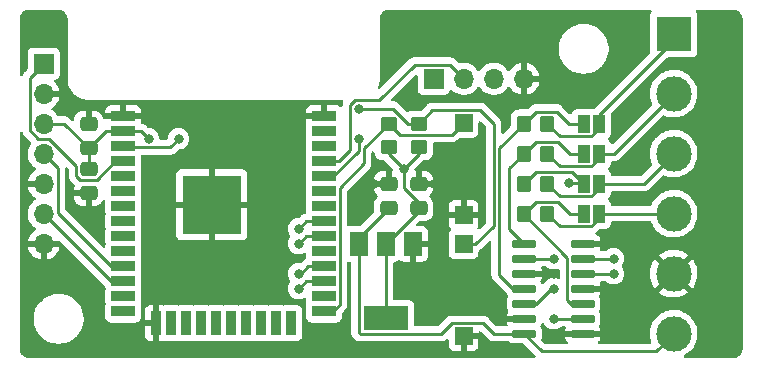
<source format=gbr>
%TF.GenerationSoftware,KiCad,Pcbnew,(6.0.11)*%
%TF.CreationDate,2023-09-13T09:35:20+02:00*%
%TF.ProjectId,WLED_ESP32_Controller,574c4544-5f45-4535-9033-325f436f6e74,rev?*%
%TF.SameCoordinates,Original*%
%TF.FileFunction,Copper,L1,Top*%
%TF.FilePolarity,Positive*%
%FSLAX46Y46*%
G04 Gerber Fmt 4.6, Leading zero omitted, Abs format (unit mm)*
G04 Created by KiCad (PCBNEW (6.0.11)) date 2023-09-13 09:35:20*
%MOMM*%
%LPD*%
G01*
G04 APERTURE LIST*
G04 Aperture macros list*
%AMRoundRect*
0 Rectangle with rounded corners*
0 $1 Rounding radius*
0 $2 $3 $4 $5 $6 $7 $8 $9 X,Y pos of 4 corners*
0 Add a 4 corners polygon primitive as box body*
4,1,4,$2,$3,$4,$5,$6,$7,$8,$9,$2,$3,0*
0 Add four circle primitives for the rounded corners*
1,1,$1+$1,$2,$3*
1,1,$1+$1,$4,$5*
1,1,$1+$1,$6,$7*
1,1,$1+$1,$8,$9*
0 Add four rect primitives between the rounded corners*
20,1,$1+$1,$2,$3,$4,$5,0*
20,1,$1+$1,$4,$5,$6,$7,0*
20,1,$1+$1,$6,$7,$8,$9,0*
20,1,$1+$1,$8,$9,$2,$3,0*%
G04 Aperture macros list end*
%TA.AperFunction,SMDPad,CuDef*%
%ADD10R,1.500000X2.000000*%
%TD*%
%TA.AperFunction,SMDPad,CuDef*%
%ADD11R,3.800000X2.000000*%
%TD*%
%TA.AperFunction,SMDPad,CuDef*%
%ADD12RoundRect,0.250000X0.475000X-0.337500X0.475000X0.337500X-0.475000X0.337500X-0.475000X-0.337500X0*%
%TD*%
%TA.AperFunction,SMDPad,CuDef*%
%ADD13RoundRect,0.249999X0.450001X-0.350001X0.450001X0.350001X-0.450001X0.350001X-0.450001X-0.350001X0*%
%TD*%
%TA.AperFunction,SMDPad,CuDef*%
%ADD14RoundRect,0.250000X-0.475000X0.337500X-0.475000X-0.337500X0.475000X-0.337500X0.475000X0.337500X0*%
%TD*%
%TA.AperFunction,ComponentPad*%
%ADD15R,1.700000X1.700000*%
%TD*%
%TA.AperFunction,ComponentPad*%
%ADD16O,1.700000X1.700000*%
%TD*%
%TA.AperFunction,SMDPad,CuDef*%
%ADD17R,1.500000X1.500000*%
%TD*%
%TA.AperFunction,SMDPad,CuDef*%
%ADD18RoundRect,0.090000X0.895000X0.210000X-0.895000X0.210000X-0.895000X-0.210000X0.895000X-0.210000X0*%
%TD*%
%TA.AperFunction,SMDPad,CuDef*%
%ADD19R,1.000000X1.500000*%
%TD*%
%TA.AperFunction,SMDPad,CuDef*%
%ADD20RoundRect,0.249999X-0.350001X-0.450001X0.350001X-0.450001X0.350001X0.450001X-0.350001X0.450001X0*%
%TD*%
%TA.AperFunction,SMDPad,CuDef*%
%ADD21R,2.000000X0.900000*%
%TD*%
%TA.AperFunction,SMDPad,CuDef*%
%ADD22R,0.900000X2.000000*%
%TD*%
%TA.AperFunction,SMDPad,CuDef*%
%ADD23R,5.000000X5.000000*%
%TD*%
%TA.AperFunction,ComponentPad*%
%ADD24R,3.000000X3.000000*%
%TD*%
%TA.AperFunction,ComponentPad*%
%ADD25C,3.000000*%
%TD*%
%TA.AperFunction,ViaPad*%
%ADD26C,0.800000*%
%TD*%
%TA.AperFunction,Conductor*%
%ADD27C,0.250000*%
%TD*%
G04 APERTURE END LIST*
D10*
%TO.P,U1,1,GND*%
%TO.N,GND*%
X121440000Y-113030000D03*
D11*
%TO.P,U1,2,VO*%
%TO.N,+3.3V*%
X119140000Y-119330000D03*
D10*
X119140000Y-113030000D03*
%TO.P,U1,3,VI*%
%TO.N,+5V*%
X116840000Y-113030000D03*
%TD*%
D12*
%TO.P,C2,1*%
%TO.N,+3.3V*%
X121920000Y-110025000D03*
%TO.P,C2,2*%
%TO.N,GND*%
X121920000Y-107950000D03*
%TD*%
D13*
%TO.P,R5,1*%
%TO.N,+3.3V*%
X121920000Y-104870000D03*
%TO.P,R5,2*%
%TO.N,Net-(R5-Pad2)*%
X121920000Y-102870000D03*
%TD*%
D12*
%TO.P,C3,1*%
%TO.N,GND*%
X93980000Y-108755000D03*
%TO.P,C3,2*%
%TO.N,+3.3V*%
X93980000Y-106680000D03*
%TD*%
D14*
%TO.P,C4,1*%
%TO.N,GND*%
X93980000Y-102870000D03*
%TO.P,C4,2*%
%TO.N,+3.3V*%
X93980000Y-104945000D03*
%TD*%
D15*
%TO.P,J2,1,Pin_1*%
%TO.N,+3.3V*%
X123190000Y-99060000D03*
D16*
%TO.P,J2,2,Pin_2*%
%TO.N,TX0*%
X125730000Y-99060000D03*
%TO.P,J2,3,Pin_3*%
%TO.N,RX0*%
X128270000Y-99060000D03*
%TO.P,J2,4,Pin_4*%
%TO.N,GND*%
X130810000Y-99060000D03*
%TD*%
D17*
%TO.P,SW1,1,1*%
%TO.N,GND*%
X125730000Y-120830000D03*
%TO.P,SW1,2,2*%
%TO.N,Net-(R5-Pad2)*%
X125730000Y-113030000D03*
%TD*%
D18*
%TO.P,U3,1,1~{OE}*%
%TO.N,GND*%
X135825000Y-120650000D03*
%TO.P,U3,2,1A*%
%TO.N,DATA1*%
X135825000Y-119380000D03*
%TO.P,U3,3,1Y*%
%TO.N,OUT1*%
X135825000Y-118110000D03*
%TO.P,U3,4,2~{OE}*%
%TO.N,GND*%
X135825000Y-116840000D03*
%TO.P,U3,5,2A*%
%TO.N,DATA2*%
X135825000Y-115570000D03*
%TO.P,U3,6,2Y*%
%TO.N,OUT2*%
X135825000Y-114300000D03*
%TO.P,U3,7,GND*%
%TO.N,GND*%
X135825000Y-113030000D03*
%TO.P,U3,8,3Y*%
%TO.N,OUT3*%
X130875000Y-113030000D03*
%TO.P,U3,9,3A*%
%TO.N,DATA3*%
X130875000Y-114300000D03*
%TO.P,U3,10,3~{OE}*%
%TO.N,GND*%
X130875000Y-115570000D03*
%TO.P,U3,11,4Y*%
%TO.N,OUT4*%
X130875000Y-116840000D03*
%TO.P,U3,12,4A*%
%TO.N,DATA4*%
X130875000Y-118110000D03*
%TO.P,U3,13,4~{OE}*%
%TO.N,GND*%
X130875000Y-119380000D03*
%TO.P,U3,14,VCC*%
%TO.N,+5V*%
X130875000Y-120650000D03*
%TD*%
D19*
%TO.P,JP1,1,A*%
%TO.N,OUT1*%
X135890000Y-110490000D03*
%TO.P,JP1,2,B*%
%TO.N,Net-(J1-Pad4)*%
X137190000Y-110490000D03*
%TD*%
%TO.P,JP2,1,A*%
%TO.N,OUT2*%
X135890000Y-107950000D03*
%TO.P,JP2,2,B*%
%TO.N,Net-(J1-Pad3)*%
X137190000Y-107950000D03*
%TD*%
D20*
%TO.P,R1,1*%
%TO.N,OUT1*%
X130810000Y-110490000D03*
%TO.P,R1,2*%
%TO.N,Net-(J1-Pad4)*%
X132810000Y-110490000D03*
%TD*%
%TO.P,R2,1*%
%TO.N,OUT2*%
X130810000Y-107950000D03*
%TO.P,R2,2*%
%TO.N,Net-(J1-Pad3)*%
X132810000Y-107950000D03*
%TD*%
%TO.P,R3,1*%
%TO.N,OUT3*%
X130810000Y-105410000D03*
%TO.P,R3,2*%
%TO.N,Net-(J1-Pad2)*%
X132810000Y-105410000D03*
%TD*%
%TO.P,R4,1*%
%TO.N,OUT4*%
X130810000Y-102870000D03*
%TO.P,R4,2*%
%TO.N,Net-(J1-Pad1)*%
X132810000Y-102870000D03*
%TD*%
D19*
%TO.P,JP3,1,A*%
%TO.N,OUT3*%
X135890000Y-105410000D03*
%TO.P,JP3,2,B*%
%TO.N,Net-(J1-Pad2)*%
X137190000Y-105410000D03*
%TD*%
%TO.P,JP4,1,A*%
%TO.N,OUT4*%
X135890000Y-102870000D03*
%TO.P,JP4,2,B*%
%TO.N,Net-(J1-Pad1)*%
X137190000Y-102870000D03*
%TD*%
D13*
%TO.P,R6,1*%
%TO.N,+3.3V*%
X119380000Y-104870000D03*
%TO.P,R6,2*%
%TO.N,Net-(R6-Pad2)*%
X119380000Y-102870000D03*
%TD*%
D12*
%TO.P,C1,1*%
%TO.N,+5V*%
X119380000Y-110025000D03*
%TO.P,C1,2*%
%TO.N,GND*%
X119380000Y-107950000D03*
%TD*%
D17*
%TO.P,SW2,1,1*%
%TO.N,GND*%
X125730000Y-110580000D03*
%TO.P,SW2,2,2*%
%TO.N,Net-(R6-Pad2)*%
X125730000Y-102780000D03*
%TD*%
D15*
%TO.P,J3,1,Pin_1*%
%TO.N,ADC1*%
X90170000Y-97790000D03*
D16*
%TO.P,J3,2,Pin_2*%
%TO.N,GND*%
X90170000Y-100330000D03*
%TO.P,J3,3,Pin_3*%
%TO.N,+3.3V*%
X90170000Y-102870000D03*
%TO.P,J3,4,Pin_4*%
%TO.N,IN1*%
X90170000Y-105410000D03*
%TO.P,J3,5,Pin_5*%
%TO.N,GND*%
X90170000Y-107950000D03*
%TO.P,J3,6,Pin_6*%
%TO.N,IN2*%
X90170000Y-110490000D03*
%TO.P,J3,7,Pin_7*%
%TO.N,GND*%
X90170000Y-113030000D03*
%TD*%
D21*
%TO.P,U2,1,GND*%
%TO.N,GND*%
X96910000Y-102235000D03*
%TO.P,U2,2,VDD*%
%TO.N,+3.3V*%
X96910000Y-103505000D03*
%TO.P,U2,3,EN*%
%TO.N,Net-(R5-Pad2)*%
X96910000Y-104775000D03*
%TO.P,U2,4,SENSOR_VP*%
%TO.N,ADC1*%
X96910000Y-106045000D03*
%TO.P,U2,5,SENSOR_VN*%
%TO.N,unconnected-(U2-Pad5)*%
X96910000Y-107315000D03*
%TO.P,U2,6,IO34*%
%TO.N,unconnected-(U2-Pad6)*%
X96910000Y-108585000D03*
%TO.P,U2,7,IO35*%
%TO.N,unconnected-(U2-Pad7)*%
X96910000Y-109855000D03*
%TO.P,U2,8,IO32*%
%TO.N,unconnected-(U2-Pad8)*%
X96910000Y-111125000D03*
%TO.P,U2,9,IO33*%
%TO.N,unconnected-(U2-Pad9)*%
X96910000Y-112395000D03*
%TO.P,U2,10,IO25*%
%TO.N,unconnected-(U2-Pad10)*%
X96910000Y-113665000D03*
%TO.P,U2,11,IO26*%
%TO.N,IN1*%
X96910000Y-114935000D03*
%TO.P,U2,12,IO27*%
%TO.N,IN2*%
X96910000Y-116205000D03*
%TO.P,U2,13,IO14*%
%TO.N,unconnected-(U2-Pad13)*%
X96910000Y-117475000D03*
%TO.P,U2,14,IO12*%
%TO.N,unconnected-(U2-Pad14)*%
X96910000Y-118745000D03*
D22*
%TO.P,U2,15,GND*%
%TO.N,GND*%
X99695000Y-119745000D03*
%TO.P,U2,16,IO13*%
%TO.N,unconnected-(U2-Pad16)*%
X100965000Y-119745000D03*
%TO.P,U2,17,SHD/SD2*%
%TO.N,unconnected-(U2-Pad17)*%
X102235000Y-119745000D03*
%TO.P,U2,18,SWP/SD3*%
%TO.N,unconnected-(U2-Pad18)*%
X103505000Y-119745000D03*
%TO.P,U2,19,SCS/CMD*%
%TO.N,unconnected-(U2-Pad19)*%
X104775000Y-119745000D03*
%TO.P,U2,20,SCK/CLK*%
%TO.N,unconnected-(U2-Pad20)*%
X106045000Y-119745000D03*
%TO.P,U2,21,SDO/SD0*%
%TO.N,unconnected-(U2-Pad21)*%
X107315000Y-119745000D03*
%TO.P,U2,22,SDI/SD1*%
%TO.N,unconnected-(U2-Pad22)*%
X108585000Y-119745000D03*
%TO.P,U2,23,IO15*%
%TO.N,unconnected-(U2-Pad23)*%
X109855000Y-119745000D03*
%TO.P,U2,24,IO2*%
%TO.N,unconnected-(U2-Pad24)*%
X111125000Y-119745000D03*
D21*
%TO.P,U2,25,IO0*%
%TO.N,Net-(R6-Pad2)*%
X113910000Y-118745000D03*
%TO.P,U2,26,IO4*%
%TO.N,unconnected-(U2-Pad26)*%
X113910000Y-117475000D03*
%TO.P,U2,27,IO16*%
%TO.N,DATA1*%
X113910000Y-116205000D03*
%TO.P,U2,28,IO17*%
%TO.N,DATA2*%
X113910000Y-114935000D03*
%TO.P,U2,29,IO5*%
%TO.N,unconnected-(U2-Pad29)*%
X113910000Y-113665000D03*
%TO.P,U2,30,IO18*%
%TO.N,DATA3*%
X113910000Y-112395000D03*
%TO.P,U2,31,IO19*%
%TO.N,DATA4*%
X113910000Y-111125000D03*
%TO.P,U2,32,NC*%
%TO.N,unconnected-(U2-Pad32)*%
X113910000Y-109855000D03*
%TO.P,U2,33,IO21*%
%TO.N,unconnected-(U2-Pad33)*%
X113910000Y-108585000D03*
%TO.P,U2,34,RXD0/IO3*%
%TO.N,RX0*%
X113910000Y-107315000D03*
%TO.P,U2,35,TXD0/IO1*%
%TO.N,TX0*%
X113910000Y-106045000D03*
%TO.P,U2,36,IO22*%
%TO.N,unconnected-(U2-Pad36)*%
X113910000Y-104775000D03*
%TO.P,U2,37,IO23*%
%TO.N,unconnected-(U2-Pad37)*%
X113910000Y-103505000D03*
%TO.P,U2,38,GND*%
%TO.N,GND*%
X113910000Y-102235000D03*
D23*
%TO.P,U2,39,GND*%
X104410000Y-109735000D03*
%TD*%
D24*
%TO.P,J1,1,Pin_1*%
%TO.N,Net-(J1-Pad1)*%
X143510000Y-95250000D03*
D25*
%TO.P,J1,2,Pin_2*%
%TO.N,Net-(J1-Pad2)*%
X143510000Y-100330000D03*
%TO.P,J1,3,Pin_3*%
%TO.N,Net-(J1-Pad3)*%
X143510000Y-105410000D03*
%TO.P,J1,4,Pin_4*%
%TO.N,Net-(J1-Pad4)*%
X143510000Y-110490000D03*
%TO.P,J1,5,Pin_5*%
%TO.N,GND*%
X143510000Y-115570000D03*
%TO.P,J1,6,Pin_6*%
%TO.N,+5V*%
X143510000Y-120650000D03*
%TD*%
D26*
%TO.N,GND*%
X93980000Y-110490000D03*
X118110000Y-107950000D03*
X133350000Y-115570000D03*
X123190000Y-107950000D03*
%TO.N,+3.3V*%
X120650000Y-106680000D03*
X99060000Y-104140000D03*
%TO.N,RX0*%
X116840000Y-104140000D03*
%TO.N,OUT2*%
X138430000Y-114300000D03*
X134666795Y-107903205D03*
%TO.N,DATA1*%
X111760000Y-116840000D03*
X133350000Y-119380000D03*
%TO.N,DATA2*%
X138430000Y-115570000D03*
X111760000Y-115570000D03*
%TO.N,DATA3*%
X133350000Y-114300000D03*
X111760000Y-113030000D03*
%TO.N,DATA4*%
X133350000Y-116840000D03*
X111760000Y-111760000D03*
%TO.N,Net-(R5-Pad2)*%
X101600000Y-104140000D03*
X116840000Y-101600000D03*
%TD*%
D27*
%TO.N,+3.3V*%
X121920000Y-110025000D02*
X121920000Y-110250000D01*
X93980000Y-104945000D02*
X95420000Y-103505000D01*
X119140000Y-113030000D02*
X119140000Y-119330000D01*
X121920000Y-110250000D02*
X119140000Y-113030000D01*
X99060000Y-104140000D02*
X98425000Y-103505000D01*
X121920000Y-105410000D02*
X120650000Y-106680000D01*
X90170000Y-102870000D02*
X91905000Y-102870000D01*
X120650000Y-108305690D02*
X121920000Y-109575690D01*
X95420000Y-103505000D02*
X96910000Y-103505000D01*
X121920000Y-109575690D02*
X121920000Y-110025000D01*
X93980000Y-104945000D02*
X93980000Y-106680000D01*
X98425000Y-103505000D02*
X96910000Y-103505000D01*
X121920000Y-104870000D02*
X121920000Y-105410000D01*
X120650000Y-106680000D02*
X120650000Y-108305690D01*
X119380000Y-104870000D02*
X119380000Y-105410000D01*
X91905000Y-102870000D02*
X93980000Y-104945000D01*
X119380000Y-105410000D02*
X120650000Y-106680000D01*
%TO.N,TX0*%
X116114999Y-105090001D02*
X115160000Y-106045000D01*
X125730000Y-99060000D02*
X124554999Y-97884999D01*
X115160000Y-106045000D02*
X113910000Y-106045000D01*
X121581152Y-97884999D02*
X118591152Y-100874999D01*
X116114999Y-101251999D02*
X116114999Y-105090001D01*
X118591152Y-100874999D02*
X116491999Y-100874999D01*
X116491999Y-100874999D02*
X116114999Y-101251999D01*
X124554999Y-97884999D02*
X121581152Y-97884999D01*
%TO.N,RX0*%
X114675002Y-107315000D02*
X113910000Y-107315000D01*
X116840000Y-105150002D02*
X114675002Y-107315000D01*
X116840000Y-104140000D02*
X116840000Y-105150002D01*
%TO.N,+5V*%
X116840000Y-113030000D02*
X116840000Y-112565000D01*
X124719999Y-119754999D02*
X127374999Y-119754999D01*
X116979999Y-120655001D02*
X123819997Y-120655001D01*
X123819997Y-120655001D02*
X124719999Y-119754999D01*
X127374999Y-119754999D02*
X128270000Y-120650000D01*
X128270000Y-120650000D02*
X130875000Y-120650000D01*
X142010001Y-122149999D02*
X143510000Y-120650000D01*
X130875000Y-120650000D02*
X132374999Y-122149999D01*
X116840000Y-112565000D02*
X119380000Y-110025000D01*
X132374999Y-122149999D02*
X142010001Y-122149999D01*
X116840000Y-120515002D02*
X116979999Y-120655001D01*
X116840000Y-113030000D02*
X116840000Y-120515002D01*
%TO.N,OUT4*%
X129890000Y-116840000D02*
X130875000Y-116840000D01*
X131835010Y-101844990D02*
X133594990Y-101844990D01*
X133594990Y-101844990D02*
X134620000Y-102870000D01*
X134620000Y-102870000D02*
X135890000Y-102870000D01*
X128720010Y-104959990D02*
X128720010Y-115670010D01*
X128720010Y-115670010D02*
X129890000Y-116840000D01*
X130810000Y-102870000D02*
X128720010Y-104959990D01*
X130810000Y-102870000D02*
X131835010Y-101844990D01*
%TO.N,OUT3*%
X134713590Y-105410000D02*
X135890000Y-105410000D01*
X133688580Y-104384990D02*
X134713590Y-105410000D01*
X129605000Y-106615000D02*
X130810000Y-105410000D01*
X130810000Y-105410000D02*
X131835010Y-104384990D01*
X130875000Y-113030000D02*
X129605000Y-111760000D01*
X129605000Y-111760000D02*
X129605000Y-106615000D01*
X131835010Y-104384990D02*
X133688580Y-104384990D01*
%TO.N,OUT2*%
X130810000Y-107950000D02*
X131835010Y-106924990D01*
X133688580Y-106924990D02*
X133698610Y-106935020D01*
X131835010Y-106924990D02*
X133688580Y-106924990D01*
X134666795Y-107903205D02*
X135843205Y-107903205D01*
X133698610Y-106935020D02*
X134875020Y-106935020D01*
X134875020Y-106935020D02*
X135890000Y-107950000D01*
X135825000Y-114300000D02*
X138430000Y-114300000D01*
%TO.N,OUT1*%
X134840000Y-118110000D02*
X135825000Y-118110000D01*
X134514990Y-117784990D02*
X134840000Y-118110000D01*
X131835010Y-109464990D02*
X133688580Y-109464990D01*
X130810000Y-110490000D02*
X134514990Y-114194990D01*
X130810000Y-110490000D02*
X131835010Y-109464990D01*
X134713590Y-110490000D02*
X135890000Y-110490000D01*
X134514990Y-114194990D02*
X134514990Y-117784990D01*
X133688580Y-109464990D02*
X134713590Y-110490000D01*
%TO.N,Net-(J1-Pad4)*%
X137190000Y-110490000D02*
X143510000Y-110490000D01*
X133885010Y-111565010D02*
X136524626Y-111565010D01*
X137190000Y-110899636D02*
X137190000Y-110490000D01*
X136524626Y-111565010D02*
X137190000Y-110899636D01*
X132810000Y-110490000D02*
X133885010Y-111565010D01*
%TO.N,Net-(J1-Pad3)*%
X137190000Y-107950000D02*
X140970000Y-107950000D01*
X133885010Y-109025010D02*
X136524626Y-109025010D01*
X137190000Y-108359636D02*
X137190000Y-107950000D01*
X132810000Y-107950000D02*
X133885010Y-109025010D01*
X140970000Y-107950000D02*
X143510000Y-105410000D01*
X136524626Y-109025010D02*
X137190000Y-108359636D01*
%TO.N,DATA1*%
X133350000Y-119380000D02*
X135825000Y-119380000D01*
X112395000Y-116205000D02*
X113910000Y-116205000D01*
X111760000Y-116840000D02*
X112395000Y-116205000D01*
%TO.N,DATA2*%
X113910000Y-114935000D02*
X112591998Y-114935000D01*
X112591998Y-114935000D02*
X111858499Y-115668499D01*
X135825000Y-115570000D02*
X138430000Y-115570000D01*
%TO.N,DATA3*%
X130875000Y-114300000D02*
X133350000Y-114300000D01*
X112395000Y-112395000D02*
X113910000Y-112395000D01*
X111760000Y-113030000D02*
X112395000Y-112395000D01*
%TO.N,DATA4*%
X133130000Y-116840000D02*
X133350000Y-116840000D01*
X111760000Y-111760000D02*
X112395000Y-111125000D01*
X131860000Y-118110000D02*
X133130000Y-116840000D01*
X130875000Y-118110000D02*
X131860000Y-118110000D01*
X112395000Y-111125000D02*
X113910000Y-111125000D01*
%TO.N,Net-(R6-Pad2)*%
X124714990Y-103795010D02*
X125730000Y-102780000D01*
X119380000Y-102870000D02*
X120305010Y-103795010D01*
X119380000Y-102870000D02*
X117290010Y-104959990D01*
X117290010Y-106229990D02*
X115235001Y-108284999D01*
X115235001Y-108284999D02*
X115235001Y-118185001D01*
X114675002Y-118745000D02*
X113910000Y-118745000D01*
X117290010Y-104959990D02*
X117290010Y-106229990D01*
X120305010Y-103795010D02*
X124714990Y-103795010D01*
X115235001Y-118185001D02*
X114675002Y-118745000D01*
%TO.N,Net-(J1-Pad1)*%
X132810000Y-102870000D02*
X133885010Y-103945010D01*
X137190000Y-103279636D02*
X137190000Y-102870000D01*
X136524626Y-103945010D02*
X137190000Y-103279636D01*
X137190000Y-102122408D02*
X143510000Y-95802408D01*
X137190000Y-102870000D02*
X137190000Y-102122408D01*
X143510000Y-95802408D02*
X143510000Y-95250000D01*
X133885010Y-103945010D02*
X136524626Y-103945010D01*
%TO.N,Net-(J1-Pad2)*%
X132810000Y-105410000D02*
X133885010Y-106485010D01*
X137190000Y-105410000D02*
X138430000Y-105410000D01*
X137190000Y-105819636D02*
X137190000Y-105410000D01*
X133885010Y-106485010D02*
X136524626Y-106485010D01*
X136524626Y-106485010D02*
X137190000Y-105819636D01*
X138430000Y-105410000D02*
X143510000Y-100330000D01*
%TO.N,IN2*%
X90170000Y-110490000D02*
X95885000Y-116205000D01*
X95885000Y-116205000D02*
X96910000Y-116205000D01*
%TO.N,IN1*%
X90170000Y-105410000D02*
X91345001Y-106585001D01*
X91345001Y-110395001D02*
X95885000Y-114935000D01*
X91345001Y-106585001D02*
X91345001Y-110395001D01*
X95885000Y-114935000D02*
X96910000Y-114935000D01*
%TO.N,ADC1*%
X88994999Y-98965001D02*
X88994999Y-103434001D01*
X88994999Y-103434001D02*
X89700998Y-104140000D01*
X92929990Y-106430988D02*
X92929990Y-107255680D01*
X90170000Y-97790000D02*
X88994999Y-98965001D01*
X93266820Y-107592510D02*
X94693180Y-107592510D01*
X94693180Y-107592510D02*
X96240690Y-106045000D01*
X96240690Y-106045000D02*
X96910000Y-106045000D01*
X90639002Y-104140000D02*
X92929990Y-106430988D01*
X92929990Y-107255680D02*
X93266820Y-107592510D01*
X89700998Y-104140000D02*
X90639002Y-104140000D01*
%TO.N,Net-(R5-Pad2)*%
X100874999Y-104865001D02*
X101600000Y-104140000D01*
X96910000Y-104775000D02*
X97000001Y-104865001D01*
X119723190Y-101600000D02*
X120993190Y-102870000D01*
X123085001Y-101704999D02*
X127104999Y-101704999D01*
X97000001Y-104865001D02*
X100874999Y-104865001D01*
X128270000Y-111490000D02*
X126730000Y-113030000D01*
X128270000Y-102870000D02*
X128270000Y-111490000D01*
X126730000Y-113030000D02*
X125730000Y-113030000D01*
X127104999Y-101704999D02*
X128270000Y-102870000D01*
X121920000Y-102870000D02*
X123085001Y-101704999D01*
X120993190Y-102870000D02*
X121920000Y-102870000D01*
X116840000Y-101600000D02*
X119723190Y-101600000D01*
%TD*%
%TA.AperFunction,Conductor*%
%TO.N,GND*%
G36*
X148560018Y-93220000D02*
G01*
X148574852Y-93222310D01*
X148574855Y-93222310D01*
X148583724Y-93223691D01*
X148593659Y-93222392D01*
X148594746Y-93222250D01*
X148623431Y-93221793D01*
X148696741Y-93229013D01*
X148726212Y-93231916D01*
X148750432Y-93236733D01*
X148869546Y-93272866D01*
X148892355Y-93282315D01*
X149002124Y-93340987D01*
X149022655Y-93354705D01*
X149118876Y-93433671D01*
X149136329Y-93451124D01*
X149215295Y-93547345D01*
X149229013Y-93567876D01*
X149287685Y-93677645D01*
X149297134Y-93700454D01*
X149333267Y-93819568D01*
X149338084Y-93843789D01*
X149347541Y-93939809D01*
X149347091Y-93955868D01*
X149347800Y-93955877D01*
X149347690Y-93964853D01*
X149346309Y-93973724D01*
X149347473Y-93982626D01*
X149347473Y-93982628D01*
X149350436Y-94005283D01*
X149351500Y-94021621D01*
X149351500Y-121870633D01*
X149350000Y-121890018D01*
X149346309Y-121913724D01*
X149347473Y-121922626D01*
X149347750Y-121924746D01*
X149348207Y-121953431D01*
X149347289Y-121962755D01*
X149338084Y-122056212D01*
X149333267Y-122080432D01*
X149297134Y-122199546D01*
X149287685Y-122222355D01*
X149229013Y-122332124D01*
X149215295Y-122352655D01*
X149136329Y-122448876D01*
X149118876Y-122466329D01*
X149022655Y-122545295D01*
X149002124Y-122559013D01*
X148892355Y-122617685D01*
X148869546Y-122627134D01*
X148750432Y-122663267D01*
X148726211Y-122668084D01*
X148630191Y-122677541D01*
X148614132Y-122677091D01*
X148614123Y-122677800D01*
X148605147Y-122677690D01*
X148596276Y-122676309D01*
X148587374Y-122677473D01*
X148587372Y-122677473D01*
X148574856Y-122679110D01*
X148564714Y-122680436D01*
X148548379Y-122681500D01*
X144479880Y-122681500D01*
X144411759Y-122661498D01*
X144365266Y-122607842D01*
X144355162Y-122537568D01*
X144384656Y-122472988D01*
X144416309Y-122446712D01*
X144637879Y-122317237D01*
X144637880Y-122317236D01*
X144641582Y-122315073D01*
X144857089Y-122146094D01*
X144915007Y-122086328D01*
X145044686Y-121952509D01*
X145047669Y-121949431D01*
X145050202Y-121945983D01*
X145050206Y-121945978D01*
X145207257Y-121732178D01*
X145209795Y-121728723D01*
X145226691Y-121697604D01*
X145338418Y-121491830D01*
X145338419Y-121491828D01*
X145340468Y-121488054D01*
X145404862Y-121317641D01*
X145435751Y-121235895D01*
X145435752Y-121235891D01*
X145437269Y-121231877D01*
X145470112Y-121088475D01*
X145497449Y-120969117D01*
X145497450Y-120969113D01*
X145498407Y-120964933D01*
X145499552Y-120952109D01*
X145522531Y-120694627D01*
X145522531Y-120694625D01*
X145522751Y-120692161D01*
X145523193Y-120650000D01*
X145522775Y-120643863D01*
X145504859Y-120381055D01*
X145504858Y-120381049D01*
X145504567Y-120376778D01*
X145449032Y-120108612D01*
X145357617Y-119850465D01*
X145232013Y-119607112D01*
X145222040Y-119592921D01*
X145077008Y-119386562D01*
X145074545Y-119383057D01*
X144976566Y-119277619D01*
X144891046Y-119185588D01*
X144891043Y-119185585D01*
X144888125Y-119182445D01*
X144884810Y-119179731D01*
X144884806Y-119179728D01*
X144754069Y-119072721D01*
X144676205Y-119008990D01*
X144458851Y-118875796D01*
X144446366Y-118868145D01*
X144446365Y-118868145D01*
X144442704Y-118865901D01*
X144430403Y-118860501D01*
X144195873Y-118757549D01*
X144195869Y-118757548D01*
X144191945Y-118755825D01*
X143928566Y-118680800D01*
X143924324Y-118680196D01*
X143924318Y-118680195D01*
X143723834Y-118651662D01*
X143657443Y-118642213D01*
X143513589Y-118641460D01*
X143387877Y-118640802D01*
X143387871Y-118640802D01*
X143383591Y-118640780D01*
X143379347Y-118641339D01*
X143379343Y-118641339D01*
X143260302Y-118657011D01*
X143112078Y-118676525D01*
X143107938Y-118677658D01*
X143107936Y-118677658D01*
X143076178Y-118686346D01*
X142847928Y-118748788D01*
X142843980Y-118750472D01*
X142599982Y-118854546D01*
X142599978Y-118854548D01*
X142596030Y-118856232D01*
X142553852Y-118881475D01*
X142364725Y-118994664D01*
X142364721Y-118994667D01*
X142361043Y-118996868D01*
X142147318Y-119168094D01*
X142068090Y-119251583D01*
X141962605Y-119362741D01*
X141958808Y-119366742D01*
X141799002Y-119589136D01*
X141670857Y-119831161D01*
X141669385Y-119835184D01*
X141669383Y-119835188D01*
X141580166Y-120078984D01*
X141576743Y-120088337D01*
X141518404Y-120355907D01*
X141518068Y-120360177D01*
X141504943Y-120526947D01*
X141496917Y-120628918D01*
X141512682Y-120902320D01*
X141513507Y-120906525D01*
X141513508Y-120906533D01*
X141535032Y-121016240D01*
X141565405Y-121171053D01*
X141566792Y-121175103D01*
X141566793Y-121175108D01*
X141591454Y-121247135D01*
X141625946Y-121347876D01*
X141626565Y-121349685D01*
X141629707Y-121420612D01*
X141594004Y-121481978D01*
X141530792Y-121514301D01*
X141507358Y-121516499D01*
X137217942Y-121516499D01*
X137149821Y-121496497D01*
X137103328Y-121442841D01*
X137093224Y-121372567D01*
X137122718Y-121307987D01*
X137136057Y-121295418D01*
X137151522Y-121279953D01*
X137237325Y-121168131D01*
X137245512Y-121153950D01*
X137299448Y-121023738D01*
X137303686Y-121007921D01*
X137315002Y-120921961D01*
X137312791Y-120907779D01*
X137299633Y-120904000D01*
X134350748Y-120904000D01*
X134336977Y-120908044D01*
X134334948Y-120921583D01*
X134346314Y-121007921D01*
X134350552Y-121023738D01*
X134404488Y-121153950D01*
X134412675Y-121168131D01*
X134498478Y-121279953D01*
X134515892Y-121297367D01*
X134514654Y-121298605D01*
X134550630Y-121347876D01*
X134554851Y-121418747D01*
X134520086Y-121480649D01*
X134457373Y-121513930D01*
X134432058Y-121516499D01*
X132689594Y-121516499D01*
X132621473Y-121496497D01*
X132600498Y-121479594D01*
X132349376Y-121228471D01*
X132315351Y-121166159D01*
X132322063Y-121091157D01*
X132349936Y-121023866D01*
X132353095Y-121016240D01*
X132354191Y-121007921D01*
X132367962Y-120903312D01*
X132367962Y-120903311D01*
X132368500Y-120899225D01*
X132368499Y-120400776D01*
X132367871Y-120396000D01*
X132354172Y-120291945D01*
X132353095Y-120283760D01*
X132338612Y-120248794D01*
X132295948Y-120145796D01*
X132295947Y-120145794D01*
X132292788Y-120138168D01*
X132287761Y-120131617D01*
X132287759Y-120131613D01*
X132256820Y-120091292D01*
X132231220Y-120025072D01*
X132245485Y-119955523D01*
X132256821Y-119937885D01*
X132287322Y-119898135D01*
X132295515Y-119883944D01*
X132321554Y-119821083D01*
X132366102Y-119765802D01*
X132433466Y-119743382D01*
X132502257Y-119760941D01*
X132547080Y-119806301D01*
X132610960Y-119916944D01*
X132615378Y-119921851D01*
X132615379Y-119921852D01*
X132700920Y-120016855D01*
X132738747Y-120058866D01*
X132893248Y-120171118D01*
X132899276Y-120173802D01*
X132899278Y-120173803D01*
X133061681Y-120246109D01*
X133067712Y-120248794D01*
X133161112Y-120268647D01*
X133248056Y-120287128D01*
X133248061Y-120287128D01*
X133254513Y-120288500D01*
X133445487Y-120288500D01*
X133451939Y-120287128D01*
X133451944Y-120287128D01*
X133538888Y-120268647D01*
X133632288Y-120248794D01*
X133638319Y-120246109D01*
X133800722Y-120173803D01*
X133800724Y-120173802D01*
X133806752Y-120171118D01*
X133961253Y-120058866D01*
X133965668Y-120053963D01*
X133970580Y-120049540D01*
X133971705Y-120050789D01*
X134025014Y-120017949D01*
X134058200Y-120013500D01*
X134270819Y-120013500D01*
X134338940Y-120033502D01*
X134385433Y-120087158D01*
X134395537Y-120157432D01*
X134387228Y-120187718D01*
X134350552Y-120276261D01*
X134346314Y-120292079D01*
X134334998Y-120378039D01*
X134337209Y-120392221D01*
X134350367Y-120396000D01*
X137299252Y-120396000D01*
X137313023Y-120391956D01*
X137315052Y-120378417D01*
X137303686Y-120292079D01*
X137299448Y-120276262D01*
X137245513Y-120146052D01*
X137237322Y-120131865D01*
X137206821Y-120092115D01*
X137181220Y-120025895D01*
X137195485Y-119956346D01*
X137206820Y-119938708D01*
X137237759Y-119898387D01*
X137237761Y-119898383D01*
X137242788Y-119891832D01*
X137246056Y-119883944D01*
X137294992Y-119765802D01*
X137303095Y-119746240D01*
X137304191Y-119737921D01*
X137317962Y-119633312D01*
X137317962Y-119633311D01*
X137318500Y-119629225D01*
X137318499Y-119130776D01*
X137317871Y-119126000D01*
X137304172Y-119021945D01*
X137303095Y-119013760D01*
X137283529Y-118966522D01*
X137245948Y-118875796D01*
X137245947Y-118875794D01*
X137242788Y-118868168D01*
X137207135Y-118821704D01*
X137181535Y-118755484D01*
X137195800Y-118685935D01*
X137207135Y-118668296D01*
X137226685Y-118642818D01*
X137242788Y-118621832D01*
X137245949Y-118614202D01*
X137288686Y-118511025D01*
X137303095Y-118476240D01*
X137310916Y-118416837D01*
X137317962Y-118363312D01*
X137317962Y-118363311D01*
X137318500Y-118359225D01*
X137318499Y-117860776D01*
X137303095Y-117743760D01*
X137299937Y-117736134D01*
X137245948Y-117605796D01*
X137245947Y-117605794D01*
X137242788Y-117598168D01*
X137237761Y-117591617D01*
X137237759Y-117591613D01*
X137206820Y-117551292D01*
X137181220Y-117485072D01*
X137195485Y-117415523D01*
X137206821Y-117397885D01*
X137237322Y-117358135D01*
X137245513Y-117343948D01*
X137299448Y-117213738D01*
X137303686Y-117197921D01*
X137308724Y-117159654D01*
X142285618Y-117159654D01*
X142292673Y-117169627D01*
X142323679Y-117195551D01*
X142330598Y-117200579D01*
X142555272Y-117341515D01*
X142562807Y-117345556D01*
X142804520Y-117454694D01*
X142812551Y-117457680D01*
X143066832Y-117533002D01*
X143075184Y-117534869D01*
X143337340Y-117574984D01*
X143345874Y-117575700D01*
X143611045Y-117579867D01*
X143619596Y-117579418D01*
X143882883Y-117547557D01*
X143891284Y-117545955D01*
X144147824Y-117478653D01*
X144155926Y-117475926D01*
X144400949Y-117374434D01*
X144408617Y-117370628D01*
X144637598Y-117236822D01*
X144644679Y-117232009D01*
X144724655Y-117169301D01*
X144733125Y-117157442D01*
X144726608Y-117145818D01*
X143522812Y-115942022D01*
X143508868Y-115934408D01*
X143507035Y-115934539D01*
X143500420Y-115938790D01*
X142292910Y-117146300D01*
X142285618Y-117159654D01*
X137308724Y-117159654D01*
X137315002Y-117111961D01*
X137312791Y-117097779D01*
X137299633Y-117094000D01*
X135697000Y-117094000D01*
X135628879Y-117073998D01*
X135582386Y-117020342D01*
X135571000Y-116968000D01*
X135571000Y-116712000D01*
X135591002Y-116643879D01*
X135644658Y-116597386D01*
X135697000Y-116586000D01*
X137299252Y-116586000D01*
X137313023Y-116581956D01*
X137315052Y-116568417D01*
X137303686Y-116482079D01*
X137299448Y-116466261D01*
X137262772Y-116377718D01*
X137255183Y-116307128D01*
X137286962Y-116243641D01*
X137348021Y-116207414D01*
X137379181Y-116203500D01*
X137721800Y-116203500D01*
X137789921Y-116223502D01*
X137809147Y-116239843D01*
X137809420Y-116239540D01*
X137814332Y-116243963D01*
X137818747Y-116248866D01*
X137827396Y-116255150D01*
X137886578Y-116298148D01*
X137973248Y-116361118D01*
X137979276Y-116363802D01*
X137979278Y-116363803D01*
X138141681Y-116436109D01*
X138147712Y-116438794D01*
X138241113Y-116458647D01*
X138328056Y-116477128D01*
X138328061Y-116477128D01*
X138334513Y-116478500D01*
X138525487Y-116478500D01*
X138531939Y-116477128D01*
X138531944Y-116477128D01*
X138618887Y-116458647D01*
X138712288Y-116438794D01*
X138718319Y-116436109D01*
X138880722Y-116363803D01*
X138880724Y-116363802D01*
X138886752Y-116361118D01*
X139041253Y-116248866D01*
X139120247Y-116161134D01*
X139164621Y-116111852D01*
X139164625Y-116111847D01*
X139169040Y-116106944D01*
X139229198Y-116002748D01*
X139261223Y-115947279D01*
X139261224Y-115947278D01*
X139264527Y-115941556D01*
X139323542Y-115759928D01*
X139335655Y-115644684D01*
X139342814Y-115576565D01*
X139343504Y-115570000D01*
X139341739Y-115553204D01*
X141497665Y-115553204D01*
X141512932Y-115817969D01*
X141514005Y-115826470D01*
X141565065Y-116086722D01*
X141567276Y-116094974D01*
X141653184Y-116345894D01*
X141656499Y-116353779D01*
X141775664Y-116590713D01*
X141780020Y-116598079D01*
X141909347Y-116786250D01*
X141919601Y-116794594D01*
X141933342Y-116787448D01*
X143137978Y-115582812D01*
X143144356Y-115571132D01*
X143874408Y-115571132D01*
X143874539Y-115572965D01*
X143878790Y-115579580D01*
X145085730Y-116786520D01*
X145097939Y-116793187D01*
X145109439Y-116784497D01*
X145206831Y-116651913D01*
X145211418Y-116644685D01*
X145337962Y-116411621D01*
X145341530Y-116403827D01*
X145435271Y-116155750D01*
X145437748Y-116147544D01*
X145496954Y-115889038D01*
X145498294Y-115880577D01*
X145522031Y-115614616D01*
X145522277Y-115609677D01*
X145522666Y-115572485D01*
X145522523Y-115567519D01*
X145504362Y-115301123D01*
X145503201Y-115292649D01*
X145449419Y-115032944D01*
X145447120Y-115024709D01*
X145358588Y-114774705D01*
X145355191Y-114766854D01*
X145233550Y-114531178D01*
X145229122Y-114523866D01*
X145110031Y-114354417D01*
X145099509Y-114346037D01*
X145086121Y-114353089D01*
X143882022Y-115557188D01*
X143874408Y-115571132D01*
X143144356Y-115571132D01*
X143145592Y-115568868D01*
X143145461Y-115567035D01*
X143141210Y-115560420D01*
X141933814Y-114353024D01*
X141921804Y-114346466D01*
X141910064Y-114355434D01*
X141801935Y-114505911D01*
X141797418Y-114513196D01*
X141673325Y-114747567D01*
X141669839Y-114755395D01*
X141578700Y-115004446D01*
X141576311Y-115012670D01*
X141519812Y-115271795D01*
X141518563Y-115280250D01*
X141497754Y-115544653D01*
X141497665Y-115553204D01*
X139341739Y-115553204D01*
X139336432Y-115502712D01*
X139324232Y-115386635D01*
X139324232Y-115386633D01*
X139323542Y-115380072D01*
X139264527Y-115198444D01*
X139169040Y-115033056D01*
X139156662Y-115019309D01*
X139125946Y-114955303D01*
X139134710Y-114884850D01*
X139156661Y-114850693D01*
X139169040Y-114836944D01*
X139264527Y-114671556D01*
X139323542Y-114489928D01*
X139325134Y-114474786D01*
X139342814Y-114306565D01*
X139343504Y-114300000D01*
X139336432Y-114232712D01*
X139324232Y-114116635D01*
X139324232Y-114116633D01*
X139323542Y-114110072D01*
X139282091Y-113982500D01*
X142286584Y-113982500D01*
X142292980Y-113993770D01*
X143497188Y-115197978D01*
X143511132Y-115205592D01*
X143512965Y-115205461D01*
X143519580Y-115201210D01*
X144726604Y-113994186D01*
X144733795Y-113981017D01*
X144726473Y-113970780D01*
X144679233Y-113932115D01*
X144672261Y-113927160D01*
X144446122Y-113788582D01*
X144438552Y-113784624D01*
X144195704Y-113678022D01*
X144187644Y-113675120D01*
X143932592Y-113602467D01*
X143924214Y-113600685D01*
X143661656Y-113563318D01*
X143653111Y-113562691D01*
X143387908Y-113561302D01*
X143379374Y-113561839D01*
X143116433Y-113596456D01*
X143108035Y-113598149D01*
X142852238Y-113668127D01*
X142844143Y-113670946D01*
X142600199Y-113774997D01*
X142592577Y-113778881D01*
X142365013Y-113915075D01*
X142357981Y-113919962D01*
X142295053Y-113970377D01*
X142286584Y-113982500D01*
X139282091Y-113982500D01*
X139264527Y-113928444D01*
X139256809Y-113915075D01*
X139203359Y-113822498D01*
X139169040Y-113763056D01*
X139123744Y-113712749D01*
X139045675Y-113626045D01*
X139045674Y-113626044D01*
X139041253Y-113621134D01*
X138886752Y-113508882D01*
X138880724Y-113506198D01*
X138880722Y-113506197D01*
X138718319Y-113433891D01*
X138718318Y-113433891D01*
X138712288Y-113431206D01*
X138599721Y-113407279D01*
X138531944Y-113392872D01*
X138531939Y-113392872D01*
X138525487Y-113391500D01*
X138334513Y-113391500D01*
X138328061Y-113392872D01*
X138328056Y-113392872D01*
X138260279Y-113407279D01*
X138147712Y-113431206D01*
X138141682Y-113433891D01*
X138141681Y-113433891D01*
X137979278Y-113506197D01*
X137979276Y-113506198D01*
X137973248Y-113508882D01*
X137967907Y-113512762D01*
X137967906Y-113512763D01*
X137876906Y-113578879D01*
X137818747Y-113621134D01*
X137814332Y-113626037D01*
X137809420Y-113630460D01*
X137808295Y-113629211D01*
X137754986Y-113662051D01*
X137721800Y-113666500D01*
X137379181Y-113666500D01*
X137311060Y-113646498D01*
X137264567Y-113592842D01*
X137254463Y-113522568D01*
X137262772Y-113492282D01*
X137299448Y-113403739D01*
X137303686Y-113387921D01*
X137315002Y-113301961D01*
X137312791Y-113287779D01*
X137299633Y-113284000D01*
X135697000Y-113284000D01*
X135628879Y-113263998D01*
X135582386Y-113210342D01*
X135571000Y-113158000D01*
X135571000Y-112902000D01*
X135591002Y-112833879D01*
X135644658Y-112787386D01*
X135697000Y-112776000D01*
X137299252Y-112776000D01*
X137313023Y-112771956D01*
X137315052Y-112758417D01*
X137303686Y-112672079D01*
X137299448Y-112656262D01*
X137245512Y-112526050D01*
X137237325Y-112511869D01*
X137151522Y-112400047D01*
X137139953Y-112388478D01*
X137028131Y-112302675D01*
X137013946Y-112294485D01*
X136959844Y-112272075D01*
X136904563Y-112227527D01*
X136882143Y-112160163D01*
X136899702Y-112091372D01*
X136918968Y-112066572D01*
X136930309Y-112055231D01*
X136945343Y-112042390D01*
X136955319Y-112035142D01*
X136961733Y-112030482D01*
X136989919Y-111996411D01*
X136997908Y-111987632D01*
X137200135Y-111785405D01*
X137262447Y-111751379D01*
X137289230Y-111748500D01*
X137738134Y-111748500D01*
X137800316Y-111741745D01*
X137936705Y-111690615D01*
X138053261Y-111603261D01*
X138140615Y-111486705D01*
X138191745Y-111350316D01*
X138198500Y-111288134D01*
X138198500Y-111249500D01*
X138218502Y-111181379D01*
X138272158Y-111134886D01*
X138324500Y-111123500D01*
X141513863Y-111123500D01*
X141581984Y-111143502D01*
X141628477Y-111197158D01*
X141633070Y-111208686D01*
X141652328Y-111264932D01*
X141654112Y-111270144D01*
X141668620Y-111298990D01*
X141758802Y-111478297D01*
X141777160Y-111514799D01*
X141779586Y-111518328D01*
X141779589Y-111518334D01*
X141920688Y-111723632D01*
X141932274Y-111740490D01*
X141935161Y-111743663D01*
X141935162Y-111743664D01*
X142092647Y-111916739D01*
X142116582Y-111943043D01*
X142119877Y-111945798D01*
X142119878Y-111945799D01*
X142202341Y-112014748D01*
X142326675Y-112118707D01*
X142330316Y-112120991D01*
X142555024Y-112261951D01*
X142555028Y-112261953D01*
X142558664Y-112264234D01*
X142641967Y-112301847D01*
X142804345Y-112375164D01*
X142804349Y-112375166D01*
X142808257Y-112376930D01*
X142812377Y-112378150D01*
X142812376Y-112378150D01*
X143066723Y-112453491D01*
X143066727Y-112453492D01*
X143070836Y-112454709D01*
X143075070Y-112455357D01*
X143075075Y-112455358D01*
X143337298Y-112495483D01*
X143337300Y-112495483D01*
X143341540Y-112496132D01*
X143480912Y-112498322D01*
X143611071Y-112500367D01*
X143611077Y-112500367D01*
X143615362Y-112500434D01*
X143887235Y-112467534D01*
X144152127Y-112398041D01*
X144156087Y-112396401D01*
X144156092Y-112396399D01*
X144278632Y-112345641D01*
X144405136Y-112293241D01*
X144591061Y-112184595D01*
X144637879Y-112157237D01*
X144637880Y-112157236D01*
X144641582Y-112155073D01*
X144857089Y-111986094D01*
X144864439Y-111978510D01*
X145003816Y-111834684D01*
X145047669Y-111789431D01*
X145050202Y-111785983D01*
X145050206Y-111785978D01*
X145207257Y-111572178D01*
X145209795Y-111568723D01*
X145229994Y-111531522D01*
X145338418Y-111331830D01*
X145338419Y-111331828D01*
X145340468Y-111328054D01*
X145417619Y-111123879D01*
X145435751Y-111075895D01*
X145435752Y-111075891D01*
X145437269Y-111071877D01*
X145469417Y-110931510D01*
X145497449Y-110809117D01*
X145497450Y-110809113D01*
X145498407Y-110804933D01*
X145499378Y-110794059D01*
X145522531Y-110534627D01*
X145522531Y-110534625D01*
X145522751Y-110532161D01*
X145522893Y-110518666D01*
X145523167Y-110492484D01*
X145523167Y-110492483D01*
X145523193Y-110490000D01*
X145523024Y-110487519D01*
X145504859Y-110221055D01*
X145504858Y-110221049D01*
X145504567Y-110216778D01*
X145449032Y-109948612D01*
X145357617Y-109690465D01*
X145275483Y-109531334D01*
X145233978Y-109450919D01*
X145233978Y-109450918D01*
X145232013Y-109447112D01*
X145222040Y-109432921D01*
X145091075Y-109246577D01*
X145074545Y-109223057D01*
X144978011Y-109119174D01*
X144891046Y-109025588D01*
X144891043Y-109025585D01*
X144888125Y-109022445D01*
X144884810Y-109019731D01*
X144884806Y-109019728D01*
X144679523Y-108851706D01*
X144676205Y-108848990D01*
X144442704Y-108705901D01*
X144438768Y-108704173D01*
X144195873Y-108597549D01*
X144195869Y-108597548D01*
X144191945Y-108595825D01*
X143928566Y-108520800D01*
X143924324Y-108520196D01*
X143924318Y-108520195D01*
X143723834Y-108491662D01*
X143657443Y-108482213D01*
X143513589Y-108481460D01*
X143387877Y-108480802D01*
X143387871Y-108480802D01*
X143383591Y-108480780D01*
X143379347Y-108481339D01*
X143379343Y-108481339D01*
X143260302Y-108497011D01*
X143112078Y-108516525D01*
X143107938Y-108517658D01*
X143107936Y-108517658D01*
X143078514Y-108525707D01*
X142847928Y-108588788D01*
X142831430Y-108595825D01*
X142599982Y-108694546D01*
X142599978Y-108694548D01*
X142596030Y-108696232D01*
X142477414Y-108767222D01*
X142364725Y-108834664D01*
X142364721Y-108834667D01*
X142361043Y-108836868D01*
X142147318Y-109008094D01*
X142089859Y-109068643D01*
X142010081Y-109152712D01*
X141958808Y-109206742D01*
X141799002Y-109429136D01*
X141796998Y-109432921D01*
X141690585Y-109633902D01*
X141670857Y-109671161D01*
X141669385Y-109675184D01*
X141669383Y-109675188D01*
X141633296Y-109773801D01*
X141591102Y-109830899D01*
X141524736Y-109856121D01*
X141514970Y-109856500D01*
X138324500Y-109856500D01*
X138256379Y-109836498D01*
X138209886Y-109782842D01*
X138198500Y-109730500D01*
X138198500Y-109691866D01*
X138191745Y-109629684D01*
X138140615Y-109493295D01*
X138053261Y-109376739D01*
X138037280Y-109364762D01*
X137978657Y-109320826D01*
X137936142Y-109263966D01*
X137931116Y-109193148D01*
X137965176Y-109130855D01*
X137978657Y-109119174D01*
X138046080Y-109068643D01*
X138046081Y-109068642D01*
X138053261Y-109063261D01*
X138140615Y-108946705D01*
X138191745Y-108810316D01*
X138198500Y-108748134D01*
X138198500Y-108709500D01*
X138218502Y-108641379D01*
X138272158Y-108594886D01*
X138324500Y-108583500D01*
X140891233Y-108583500D01*
X140902416Y-108584027D01*
X140909909Y-108585702D01*
X140917835Y-108585453D01*
X140917836Y-108585453D01*
X140977986Y-108583562D01*
X140981945Y-108583500D01*
X141009856Y-108583500D01*
X141013791Y-108583003D01*
X141013856Y-108582995D01*
X141025693Y-108582062D01*
X141057951Y-108581048D01*
X141061970Y-108580922D01*
X141069889Y-108580673D01*
X141089343Y-108575021D01*
X141108700Y-108571013D01*
X141120930Y-108569468D01*
X141120931Y-108569468D01*
X141128797Y-108568474D01*
X141136168Y-108565555D01*
X141136170Y-108565555D01*
X141169912Y-108552196D01*
X141181142Y-108548351D01*
X141215983Y-108538229D01*
X141215984Y-108538229D01*
X141223593Y-108536018D01*
X141230412Y-108531985D01*
X141230417Y-108531983D01*
X141241028Y-108525707D01*
X141258776Y-108517012D01*
X141277617Y-108509552D01*
X141313387Y-108483564D01*
X141323307Y-108477048D01*
X141354535Y-108458580D01*
X141354538Y-108458578D01*
X141361362Y-108454542D01*
X141375683Y-108440221D01*
X141390717Y-108427380D01*
X141400694Y-108420131D01*
X141407107Y-108415472D01*
X141435298Y-108381395D01*
X141443288Y-108372616D01*
X142547382Y-107268522D01*
X142609694Y-107234496D01*
X142680509Y-107239561D01*
X142688328Y-107242780D01*
X142804345Y-107295164D01*
X142804349Y-107295166D01*
X142808257Y-107296930D01*
X142857036Y-107311379D01*
X143066723Y-107373491D01*
X143066727Y-107373492D01*
X143070836Y-107374709D01*
X143075070Y-107375357D01*
X143075075Y-107375358D01*
X143337298Y-107415483D01*
X143337300Y-107415483D01*
X143341540Y-107416132D01*
X143480912Y-107418322D01*
X143611071Y-107420367D01*
X143611077Y-107420367D01*
X143615362Y-107420434D01*
X143887235Y-107387534D01*
X144152127Y-107318041D01*
X144156087Y-107316401D01*
X144156092Y-107316399D01*
X144333673Y-107242842D01*
X144405136Y-107213241D01*
X144569158Y-107117394D01*
X144637879Y-107077237D01*
X144637880Y-107077236D01*
X144641582Y-107075073D01*
X144857089Y-106906094D01*
X144883078Y-106879276D01*
X145033327Y-106724231D01*
X145047669Y-106709431D01*
X145050202Y-106705983D01*
X145050206Y-106705978D01*
X145207257Y-106492178D01*
X145209795Y-106488723D01*
X145211841Y-106484955D01*
X145338418Y-106251830D01*
X145338419Y-106251828D01*
X145340468Y-106248054D01*
X145416930Y-106045702D01*
X145435751Y-105995895D01*
X145435752Y-105995891D01*
X145437269Y-105991877D01*
X145472780Y-105836827D01*
X145497449Y-105729117D01*
X145497450Y-105729113D01*
X145498407Y-105724933D01*
X145500768Y-105698484D01*
X145522531Y-105454627D01*
X145522531Y-105454625D01*
X145522751Y-105452161D01*
X145523193Y-105410000D01*
X145523024Y-105407519D01*
X145504859Y-105141055D01*
X145504858Y-105141049D01*
X145504567Y-105136778D01*
X145500166Y-105115524D01*
X145462700Y-104934610D01*
X145449032Y-104868612D01*
X145357617Y-104610465D01*
X145232013Y-104367112D01*
X145228432Y-104362016D01*
X145085226Y-104158255D01*
X145074545Y-104143057D01*
X144968530Y-104028971D01*
X144891046Y-103945588D01*
X144891043Y-103945585D01*
X144888125Y-103942445D01*
X144884810Y-103939731D01*
X144884806Y-103939728D01*
X144685631Y-103776705D01*
X144676205Y-103768990D01*
X144464785Y-103639432D01*
X144446366Y-103628145D01*
X144446365Y-103628145D01*
X144442704Y-103625901D01*
X144438768Y-103624173D01*
X144195873Y-103517549D01*
X144195869Y-103517548D01*
X144191945Y-103515825D01*
X143928566Y-103440800D01*
X143924324Y-103440196D01*
X143924318Y-103440195D01*
X143723834Y-103411662D01*
X143657443Y-103402213D01*
X143513589Y-103401460D01*
X143387877Y-103400802D01*
X143387871Y-103400802D01*
X143383591Y-103400780D01*
X143379347Y-103401339D01*
X143379343Y-103401339D01*
X143260302Y-103417011D01*
X143112078Y-103436525D01*
X143107938Y-103437658D01*
X143107936Y-103437658D01*
X143036316Y-103457251D01*
X142847928Y-103508788D01*
X142843980Y-103510472D01*
X142599982Y-103614546D01*
X142599978Y-103614548D01*
X142596030Y-103616232D01*
X142536047Y-103652131D01*
X142364725Y-103754664D01*
X142364721Y-103754667D01*
X142361043Y-103756868D01*
X142147318Y-103928094D01*
X142035964Y-104045436D01*
X141969674Y-104115292D01*
X141958808Y-104126742D01*
X141799002Y-104349136D01*
X141670857Y-104591161D01*
X141669385Y-104595184D01*
X141669383Y-104595188D01*
X141589325Y-104813955D01*
X141576743Y-104848337D01*
X141518404Y-105115907D01*
X141518068Y-105120177D01*
X141497921Y-105376167D01*
X141496917Y-105388918D01*
X141512682Y-105662320D01*
X141513507Y-105666525D01*
X141513508Y-105666533D01*
X141534102Y-105771500D01*
X141565405Y-105931053D01*
X141566792Y-105935103D01*
X141566793Y-105935108D01*
X141614400Y-106074155D01*
X141654112Y-106190144D01*
X141656041Y-106193978D01*
X141656042Y-106193982D01*
X141673387Y-106228470D01*
X141686125Y-106298314D01*
X141659080Y-106363958D01*
X141649917Y-106374178D01*
X140744500Y-107279595D01*
X140682188Y-107313621D01*
X140655405Y-107316500D01*
X138324500Y-107316500D01*
X138256379Y-107296498D01*
X138209886Y-107242842D01*
X138198500Y-107190500D01*
X138198500Y-107151866D01*
X138191745Y-107089684D01*
X138140615Y-106953295D01*
X138053261Y-106836739D01*
X138022212Y-106813469D01*
X137978657Y-106780826D01*
X137936142Y-106723966D01*
X137931116Y-106653148D01*
X137965176Y-106590855D01*
X137978657Y-106579174D01*
X138046080Y-106528643D01*
X138046081Y-106528642D01*
X138053261Y-106523261D01*
X138140615Y-106406705D01*
X138191745Y-106270316D01*
X138198500Y-106208134D01*
X138198500Y-106169500D01*
X138218502Y-106101379D01*
X138272158Y-106054886D01*
X138324500Y-106043500D01*
X138351233Y-106043500D01*
X138362416Y-106044027D01*
X138369909Y-106045702D01*
X138377835Y-106045453D01*
X138377836Y-106045453D01*
X138437986Y-106043562D01*
X138441945Y-106043500D01*
X138469856Y-106043500D01*
X138473791Y-106043003D01*
X138473856Y-106042995D01*
X138485693Y-106042062D01*
X138517951Y-106041048D01*
X138521970Y-106040922D01*
X138529889Y-106040673D01*
X138549343Y-106035021D01*
X138568700Y-106031013D01*
X138580930Y-106029468D01*
X138580931Y-106029468D01*
X138588797Y-106028474D01*
X138596168Y-106025555D01*
X138596170Y-106025555D01*
X138629912Y-106012196D01*
X138641142Y-106008351D01*
X138675983Y-105998229D01*
X138675984Y-105998229D01*
X138683593Y-105996018D01*
X138690412Y-105991985D01*
X138690417Y-105991983D01*
X138701028Y-105985707D01*
X138718776Y-105977012D01*
X138737617Y-105969552D01*
X138773387Y-105943564D01*
X138783307Y-105937048D01*
X138814535Y-105918580D01*
X138814538Y-105918578D01*
X138821362Y-105914542D01*
X138835683Y-105900221D01*
X138850717Y-105887380D01*
X138860694Y-105880131D01*
X138867107Y-105875472D01*
X138895298Y-105841395D01*
X138903288Y-105832616D01*
X142547383Y-102188522D01*
X142609695Y-102154496D01*
X142680511Y-102159561D01*
X142688329Y-102162780D01*
X142804345Y-102215164D01*
X142804349Y-102215166D01*
X142808257Y-102216930D01*
X142812377Y-102218150D01*
X142812376Y-102218150D01*
X143066723Y-102293491D01*
X143066727Y-102293492D01*
X143070836Y-102294709D01*
X143075070Y-102295357D01*
X143075075Y-102295358D01*
X143337298Y-102335483D01*
X143337300Y-102335483D01*
X143341540Y-102336132D01*
X143480912Y-102338322D01*
X143611071Y-102340367D01*
X143611077Y-102340367D01*
X143615362Y-102340434D01*
X143887235Y-102307534D01*
X144152127Y-102238041D01*
X144156087Y-102236401D01*
X144156092Y-102236399D01*
X144294809Y-102178940D01*
X144405136Y-102133241D01*
X144560220Y-102042617D01*
X144637879Y-101997237D01*
X144637880Y-101997236D01*
X144641582Y-101995073D01*
X144857089Y-101826094D01*
X144865254Y-101817669D01*
X145044686Y-101632509D01*
X145047669Y-101629431D01*
X145050202Y-101625983D01*
X145050206Y-101625978D01*
X145207257Y-101412178D01*
X145209795Y-101408723D01*
X145211841Y-101404955D01*
X145338418Y-101171830D01*
X145338419Y-101171828D01*
X145340468Y-101168054D01*
X145394668Y-101024618D01*
X145435751Y-100915895D01*
X145435752Y-100915891D01*
X145437269Y-100911877D01*
X145489578Y-100683484D01*
X145497449Y-100649117D01*
X145497450Y-100649113D01*
X145498407Y-100644933D01*
X145500373Y-100622910D01*
X145522531Y-100374627D01*
X145522531Y-100374625D01*
X145522751Y-100372161D01*
X145523193Y-100330000D01*
X145520243Y-100286731D01*
X145504859Y-100061055D01*
X145504858Y-100061049D01*
X145504567Y-100056778D01*
X145500965Y-100039382D01*
X145465509Y-99868176D01*
X145449032Y-99788612D01*
X145357617Y-99530465D01*
X145245891Y-99314000D01*
X145233978Y-99290919D01*
X145233978Y-99290918D01*
X145232013Y-99287112D01*
X145222040Y-99272921D01*
X145129848Y-99141745D01*
X145074545Y-99063057D01*
X144937095Y-98915143D01*
X144891046Y-98865588D01*
X144891043Y-98865585D01*
X144888125Y-98862445D01*
X144884810Y-98859731D01*
X144884806Y-98859728D01*
X144679523Y-98691706D01*
X144676205Y-98688990D01*
X144458489Y-98555574D01*
X144446366Y-98548145D01*
X144446365Y-98548145D01*
X144442704Y-98545901D01*
X144438768Y-98544173D01*
X144195873Y-98437549D01*
X144195869Y-98437548D01*
X144191945Y-98435825D01*
X143928566Y-98360800D01*
X143924324Y-98360196D01*
X143924318Y-98360195D01*
X143710154Y-98329715D01*
X143657443Y-98322213D01*
X143513589Y-98321460D01*
X143387877Y-98320802D01*
X143387871Y-98320802D01*
X143383591Y-98320780D01*
X143379347Y-98321339D01*
X143379343Y-98321339D01*
X143260302Y-98337011D01*
X143112078Y-98356525D01*
X143107938Y-98357658D01*
X143107936Y-98357658D01*
X143035008Y-98377609D01*
X142847928Y-98428788D01*
X142843980Y-98430472D01*
X142599982Y-98534546D01*
X142599978Y-98534548D01*
X142596030Y-98536232D01*
X142495113Y-98596629D01*
X142364725Y-98674664D01*
X142364721Y-98674667D01*
X142361043Y-98676868D01*
X142147318Y-98848094D01*
X142083691Y-98915143D01*
X141994964Y-99008642D01*
X141958808Y-99046742D01*
X141799002Y-99269136D01*
X141670857Y-99511161D01*
X141669385Y-99515184D01*
X141669383Y-99515188D01*
X141588890Y-99735144D01*
X141576743Y-99768337D01*
X141518404Y-100035907D01*
X141518068Y-100040177D01*
X141498349Y-100290729D01*
X141496917Y-100308918D01*
X141512682Y-100582320D01*
X141513507Y-100586525D01*
X141513508Y-100586533D01*
X141518669Y-100612837D01*
X141565405Y-100851053D01*
X141566792Y-100855103D01*
X141566793Y-100855108D01*
X141652723Y-101106088D01*
X141654112Y-101110144D01*
X141656037Y-101113971D01*
X141656041Y-101113981D01*
X141673387Y-101148468D01*
X141686127Y-101218312D01*
X141659083Y-101283956D01*
X141649918Y-101294178D01*
X138385386Y-104558709D01*
X138323074Y-104592735D01*
X138252258Y-104587670D01*
X138195423Y-104545123D01*
X138178309Y-104513843D01*
X138143768Y-104421705D01*
X138143767Y-104421704D01*
X138140615Y-104413295D01*
X138053261Y-104296739D01*
X138022212Y-104273469D01*
X137978657Y-104240826D01*
X137936142Y-104183966D01*
X137931116Y-104113148D01*
X137965176Y-104050855D01*
X137978657Y-104039174D01*
X138046080Y-103988643D01*
X138046081Y-103988642D01*
X138053261Y-103983261D01*
X138140615Y-103866705D01*
X138191745Y-103730316D01*
X138198500Y-103668134D01*
X138198500Y-102071866D01*
X138198210Y-102069192D01*
X138214465Y-102000223D01*
X138234898Y-101973414D01*
X142912907Y-97295405D01*
X142975219Y-97261379D01*
X143002002Y-97258500D01*
X145058134Y-97258500D01*
X145120316Y-97251745D01*
X145256705Y-97200615D01*
X145373261Y-97113261D01*
X145460615Y-96996705D01*
X145511745Y-96860316D01*
X145518500Y-96798134D01*
X145518500Y-93701866D01*
X145511745Y-93639684D01*
X145460615Y-93503295D01*
X145398237Y-93420064D01*
X145373389Y-93353559D01*
X145388442Y-93284177D01*
X145438616Y-93233946D01*
X145499063Y-93218500D01*
X148540633Y-93218500D01*
X148560018Y-93220000D01*
G37*
%TD.AperFunction*%
%TA.AperFunction,Conductor*%
G36*
X91410018Y-93220000D02*
G01*
X91424852Y-93222310D01*
X91424855Y-93222310D01*
X91433724Y-93223691D01*
X91443659Y-93222392D01*
X91444746Y-93222250D01*
X91473431Y-93221793D01*
X91546741Y-93229013D01*
X91576212Y-93231916D01*
X91600432Y-93236733D01*
X91719546Y-93272866D01*
X91742355Y-93282315D01*
X91852124Y-93340987D01*
X91872655Y-93354705D01*
X91968876Y-93433671D01*
X91986329Y-93451124D01*
X92065295Y-93547345D01*
X92079013Y-93567876D01*
X92137685Y-93677645D01*
X92147134Y-93700454D01*
X92183267Y-93819568D01*
X92188084Y-93843789D01*
X92197541Y-93939809D01*
X92197091Y-93955868D01*
X92197800Y-93955877D01*
X92197690Y-93964853D01*
X92196309Y-93973724D01*
X92197473Y-93982626D01*
X92197473Y-93982628D01*
X92200436Y-94005283D01*
X92201500Y-94021621D01*
X92201500Y-99010633D01*
X92200000Y-99030018D01*
X92197690Y-99044851D01*
X92197690Y-99044855D01*
X92196309Y-99053724D01*
X92197130Y-99060000D01*
X92196957Y-99060000D01*
X92215106Y-99313753D01*
X92216062Y-99318147D01*
X92267950Y-99556672D01*
X92269183Y-99562341D01*
X92270755Y-99566556D01*
X92270756Y-99566559D01*
X92327933Y-99719857D01*
X92358087Y-99800703D01*
X92480009Y-100023986D01*
X92482706Y-100027589D01*
X92482710Y-100027595D01*
X92562274Y-100133879D01*
X92632466Y-100227645D01*
X92812355Y-100407534D01*
X92855862Y-100440103D01*
X93012405Y-100557290D01*
X93012411Y-100557294D01*
X93016014Y-100559991D01*
X93019971Y-100562152D01*
X93019973Y-100562153D01*
X93056906Y-100582320D01*
X93239297Y-100681913D01*
X93243509Y-100683484D01*
X93473441Y-100769244D01*
X93473444Y-100769245D01*
X93477659Y-100770817D01*
X93482050Y-100771772D01*
X93482056Y-100771774D01*
X93667513Y-100812117D01*
X93726247Y-100824894D01*
X93730735Y-100825215D01*
X93946668Y-100840659D01*
X93958577Y-100842083D01*
X93961251Y-100842533D01*
X93962645Y-100842768D01*
X93962647Y-100842768D01*
X93967448Y-100843576D01*
X93973991Y-100843656D01*
X93975140Y-100843670D01*
X93975143Y-100843670D01*
X93980000Y-100843729D01*
X94007624Y-100839773D01*
X94025486Y-100838500D01*
X115407618Y-100838500D01*
X115475739Y-100858502D01*
X115522232Y-100912158D01*
X115532336Y-100982432D01*
X115524899Y-101010400D01*
X115521304Y-101016939D01*
X115518674Y-101027183D01*
X115516266Y-101036561D01*
X115509862Y-101055265D01*
X115501818Y-101073854D01*
X115500579Y-101081677D01*
X115500576Y-101081687D01*
X115494900Y-101117523D01*
X115492494Y-101129143D01*
X115491606Y-101132603D01*
X115481499Y-101171969D01*
X115481499Y-101192223D01*
X115479948Y-101211933D01*
X115476779Y-101231942D01*
X115477525Y-101239834D01*
X115480940Y-101275960D01*
X115481499Y-101287818D01*
X115481499Y-101328300D01*
X115461497Y-101396421D01*
X115407841Y-101442914D01*
X115337567Y-101453018D01*
X115272987Y-101423524D01*
X115266404Y-101417395D01*
X115265724Y-101416715D01*
X115163649Y-101340214D01*
X115148054Y-101331676D01*
X115027606Y-101286522D01*
X115012351Y-101282895D01*
X114961486Y-101277369D01*
X114954672Y-101277000D01*
X114182115Y-101277000D01*
X114166876Y-101281475D01*
X114165671Y-101282865D01*
X114164000Y-101290548D01*
X114164000Y-102363000D01*
X114143998Y-102431121D01*
X114090342Y-102477614D01*
X114038000Y-102489000D01*
X112420116Y-102489000D01*
X112404877Y-102493475D01*
X112403672Y-102494865D01*
X112402001Y-102502548D01*
X112402001Y-102729669D01*
X112402371Y-102736490D01*
X112407895Y-102787352D01*
X112411520Y-102802600D01*
X112419939Y-102825057D01*
X112425122Y-102895864D01*
X112419942Y-102913510D01*
X112408255Y-102944684D01*
X112401500Y-103006866D01*
X112401500Y-104003134D01*
X112408255Y-104065316D01*
X112419672Y-104095771D01*
X112424855Y-104166577D01*
X112419674Y-104184224D01*
X112408255Y-104214684D01*
X112401500Y-104276866D01*
X112401500Y-105273134D01*
X112408255Y-105335316D01*
X112419672Y-105365771D01*
X112424855Y-105436577D01*
X112419674Y-105454224D01*
X112408255Y-105484684D01*
X112401500Y-105546866D01*
X112401500Y-106543134D01*
X112408255Y-106605316D01*
X112419672Y-106635771D01*
X112424855Y-106706577D01*
X112419674Y-106724224D01*
X112408255Y-106754684D01*
X112401500Y-106816866D01*
X112401500Y-107813134D01*
X112408255Y-107875316D01*
X112419672Y-107905771D01*
X112424855Y-107976577D01*
X112419674Y-107994224D01*
X112408255Y-108024684D01*
X112401500Y-108086866D01*
X112401500Y-109083134D01*
X112408255Y-109145316D01*
X112419672Y-109175771D01*
X112424855Y-109246577D01*
X112419674Y-109264224D01*
X112408255Y-109294684D01*
X112401500Y-109356866D01*
X112401500Y-110353134D01*
X112401869Y-110356531D01*
X112401870Y-110356541D01*
X112401928Y-110357079D01*
X112401905Y-110357205D01*
X112402053Y-110359928D01*
X112401411Y-110359963D01*
X112389398Y-110426961D01*
X112341076Y-110478975D01*
X112298938Y-110494206D01*
X112295111Y-110494326D01*
X112287500Y-110496537D01*
X112287495Y-110496538D01*
X112275652Y-110499979D01*
X112256293Y-110503988D01*
X112254983Y-110504154D01*
X112236203Y-110506526D01*
X112228837Y-110509442D01*
X112228831Y-110509444D01*
X112195098Y-110522800D01*
X112183868Y-110526645D01*
X112149017Y-110536770D01*
X112141407Y-110538981D01*
X112134584Y-110543016D01*
X112123966Y-110549295D01*
X112106213Y-110557992D01*
X112098568Y-110561019D01*
X112087383Y-110565448D01*
X112080968Y-110570109D01*
X112051612Y-110591437D01*
X112041695Y-110597951D01*
X112003638Y-110620458D01*
X111989317Y-110634779D01*
X111974284Y-110647619D01*
X111957893Y-110659528D01*
X111952840Y-110665636D01*
X111929708Y-110693598D01*
X111921718Y-110702378D01*
X111809501Y-110814595D01*
X111747189Y-110848621D01*
X111720406Y-110851500D01*
X111664513Y-110851500D01*
X111658061Y-110852872D01*
X111658056Y-110852872D01*
X111571113Y-110871353D01*
X111477712Y-110891206D01*
X111471682Y-110893891D01*
X111471681Y-110893891D01*
X111309278Y-110966197D01*
X111309276Y-110966198D01*
X111303248Y-110968882D01*
X111148747Y-111081134D01*
X111144326Y-111086044D01*
X111144325Y-111086045D01*
X111044279Y-111197158D01*
X111020960Y-111223056D01*
X110993774Y-111270144D01*
X110931464Y-111378068D01*
X110925473Y-111388444D01*
X110866458Y-111570072D01*
X110865768Y-111576633D01*
X110865768Y-111576635D01*
X110853568Y-111692712D01*
X110846496Y-111760000D01*
X110847186Y-111766565D01*
X110865401Y-111939867D01*
X110866458Y-111949928D01*
X110925473Y-112131556D01*
X110928776Y-112137278D01*
X110928777Y-112137279D01*
X110952022Y-112177540D01*
X111020960Y-112296944D01*
X111033338Y-112310691D01*
X111064054Y-112374697D01*
X111055290Y-112445150D01*
X111033339Y-112479307D01*
X111020960Y-112493056D01*
X110925473Y-112658444D01*
X110866458Y-112840072D01*
X110865768Y-112846633D01*
X110865768Y-112846635D01*
X110853568Y-112962712D01*
X110846496Y-113030000D01*
X110847186Y-113036565D01*
X110854346Y-113104684D01*
X110866458Y-113219928D01*
X110925473Y-113401556D01*
X111020960Y-113566944D01*
X111025378Y-113571851D01*
X111025379Y-113571852D01*
X111112065Y-113668127D01*
X111148747Y-113708866D01*
X111186121Y-113736020D01*
X111253019Y-113784624D01*
X111303248Y-113821118D01*
X111309276Y-113823802D01*
X111309278Y-113823803D01*
X111458670Y-113890316D01*
X111477712Y-113898794D01*
X111554308Y-113915075D01*
X111658056Y-113937128D01*
X111658061Y-113937128D01*
X111664513Y-113938500D01*
X111855487Y-113938500D01*
X111861939Y-113937128D01*
X111861944Y-113937128D01*
X111965692Y-113915075D01*
X112042288Y-113898794D01*
X112061330Y-113890316D01*
X112210722Y-113823803D01*
X112210724Y-113823802D01*
X112216752Y-113821118D01*
X112217004Y-113821685D01*
X112281490Y-113806037D01*
X112348583Y-113829255D01*
X112392472Y-113885060D01*
X112401500Y-113931895D01*
X112401500Y-114163134D01*
X112408030Y-114223242D01*
X112395502Y-114293123D01*
X112347182Y-114345139D01*
X112341322Y-114348135D01*
X112338405Y-114348982D01*
X112331583Y-114353016D01*
X112331577Y-114353019D01*
X112320966Y-114359294D01*
X112303216Y-114367990D01*
X112291754Y-114372528D01*
X112291749Y-114372531D01*
X112284381Y-114375448D01*
X112277966Y-114380109D01*
X112248623Y-114401427D01*
X112238705Y-114407943D01*
X112230890Y-114412565D01*
X112200635Y-114430458D01*
X112186311Y-114444782D01*
X112171279Y-114457621D01*
X112154891Y-114469528D01*
X112132821Y-114496206D01*
X112126710Y-114503593D01*
X112118720Y-114512373D01*
X111997966Y-114633127D01*
X111935654Y-114667153D01*
X111882676Y-114667279D01*
X111869601Y-114664500D01*
X111861943Y-114662872D01*
X111861941Y-114662872D01*
X111855487Y-114661500D01*
X111664513Y-114661500D01*
X111658061Y-114662872D01*
X111658056Y-114662872D01*
X111590279Y-114677279D01*
X111477712Y-114701206D01*
X111471682Y-114703891D01*
X111471681Y-114703891D01*
X111309278Y-114776197D01*
X111309276Y-114776198D01*
X111303248Y-114778882D01*
X111148747Y-114891134D01*
X111144326Y-114896044D01*
X111144325Y-114896045D01*
X111028476Y-115024709D01*
X111020960Y-115033056D01*
X110925473Y-115198444D01*
X110866458Y-115380072D01*
X110865768Y-115386633D01*
X110865768Y-115386635D01*
X110853568Y-115502712D01*
X110846496Y-115570000D01*
X110847186Y-115576565D01*
X110854346Y-115644684D01*
X110866458Y-115759928D01*
X110925473Y-115941556D01*
X110928776Y-115947278D01*
X110928777Y-115947279D01*
X110960802Y-116002748D01*
X111020960Y-116106944D01*
X111033338Y-116120691D01*
X111064054Y-116184697D01*
X111055290Y-116255150D01*
X111033339Y-116289307D01*
X111020960Y-116303056D01*
X110925473Y-116468444D01*
X110866458Y-116650072D01*
X110865768Y-116656633D01*
X110865768Y-116656635D01*
X110852145Y-116786250D01*
X110846496Y-116840000D01*
X110847186Y-116846565D01*
X110854346Y-116914684D01*
X110866458Y-117029928D01*
X110925473Y-117211556D01*
X110928776Y-117217278D01*
X110928777Y-117217279D01*
X110937422Y-117232253D01*
X111020960Y-117376944D01*
X111025378Y-117381851D01*
X111025379Y-117381852D01*
X111076801Y-117438962D01*
X111148747Y-117518866D01*
X111303248Y-117631118D01*
X111309276Y-117633802D01*
X111309278Y-117633803D01*
X111471679Y-117706108D01*
X111477712Y-117708794D01*
X111551438Y-117724465D01*
X111658056Y-117747128D01*
X111658061Y-117747128D01*
X111664513Y-117748500D01*
X111855487Y-117748500D01*
X111861939Y-117747128D01*
X111861944Y-117747128D01*
X111968562Y-117724465D01*
X112042288Y-117708794D01*
X112048321Y-117706108D01*
X112210722Y-117633803D01*
X112210724Y-117633802D01*
X112216752Y-117631118D01*
X112217004Y-117631685D01*
X112281490Y-117616037D01*
X112348583Y-117639255D01*
X112392472Y-117695060D01*
X112401500Y-117741895D01*
X112401500Y-117973134D01*
X112408255Y-118035316D01*
X112419672Y-118065771D01*
X112424855Y-118136577D01*
X112419674Y-118154224D01*
X112408255Y-118184684D01*
X112401500Y-118246866D01*
X112401500Y-119243134D01*
X112408255Y-119305316D01*
X112459385Y-119441705D01*
X112546739Y-119558261D01*
X112663295Y-119645615D01*
X112799684Y-119696745D01*
X112861866Y-119703500D01*
X114958134Y-119703500D01*
X115020316Y-119696745D01*
X115156705Y-119645615D01*
X115273261Y-119558261D01*
X115360615Y-119441705D01*
X115411745Y-119305316D01*
X115418500Y-119243134D01*
X115418500Y-118949596D01*
X115438502Y-118881475D01*
X115455405Y-118860501D01*
X115627248Y-118688658D01*
X115635538Y-118681114D01*
X115642019Y-118677001D01*
X115650194Y-118668296D01*
X115688659Y-118627334D01*
X115691414Y-118624492D01*
X115711135Y-118604771D01*
X115713613Y-118601576D01*
X115721319Y-118592554D01*
X115746159Y-118566102D01*
X115751587Y-118560322D01*
X115761347Y-118542569D01*
X115772200Y-118526046D01*
X115779754Y-118516307D01*
X115784614Y-118510042D01*
X115802177Y-118469458D01*
X115807384Y-118458828D01*
X115828696Y-118420061D01*
X115830667Y-118412384D01*
X115830669Y-118412379D01*
X115833733Y-118400443D01*
X115840139Y-118381731D01*
X115845034Y-118370420D01*
X115848182Y-118363146D01*
X115849422Y-118355318D01*
X115849424Y-118355311D01*
X115855100Y-118319477D01*
X115857506Y-118307857D01*
X115866529Y-118272712D01*
X115866529Y-118272711D01*
X115868501Y-118265031D01*
X115868501Y-118244777D01*
X115870052Y-118225066D01*
X115871981Y-118212887D01*
X115873221Y-118205058D01*
X115869060Y-118161039D01*
X115868501Y-118149182D01*
X115868501Y-114660096D01*
X115888503Y-114591975D01*
X115942159Y-114545482D01*
X116008108Y-114534833D01*
X116038467Y-114538131D01*
X116038471Y-114538131D01*
X116041866Y-114538500D01*
X116080500Y-114538500D01*
X116148621Y-114558502D01*
X116195114Y-114612158D01*
X116206500Y-114664500D01*
X116206500Y-120436235D01*
X116205973Y-120447418D01*
X116204298Y-120454911D01*
X116204547Y-120462837D01*
X116204547Y-120462838D01*
X116206438Y-120522988D01*
X116206500Y-120526947D01*
X116206500Y-120554858D01*
X116206997Y-120558792D01*
X116206997Y-120558793D01*
X116207005Y-120558858D01*
X116207938Y-120570695D01*
X116209327Y-120614891D01*
X116214978Y-120634341D01*
X116218987Y-120653702D01*
X116221526Y-120673799D01*
X116224445Y-120681170D01*
X116224445Y-120681172D01*
X116237804Y-120714914D01*
X116241649Y-120726144D01*
X116253982Y-120768595D01*
X116258015Y-120775414D01*
X116258017Y-120775419D01*
X116264293Y-120786030D01*
X116272988Y-120803778D01*
X116280448Y-120822619D01*
X116285110Y-120829035D01*
X116285110Y-120829036D01*
X116306436Y-120858389D01*
X116312952Y-120868309D01*
X116331236Y-120899225D01*
X116335458Y-120906364D01*
X116349779Y-120920685D01*
X116362619Y-120935718D01*
X116374528Y-120952109D01*
X116380634Y-120957160D01*
X116408605Y-120980300D01*
X116417384Y-120988290D01*
X116476342Y-121047248D01*
X116483886Y-121055538D01*
X116487999Y-121062019D01*
X116493776Y-121067444D01*
X116537666Y-121108659D01*
X116540508Y-121111414D01*
X116560229Y-121131135D01*
X116563424Y-121133613D01*
X116572446Y-121141319D01*
X116604678Y-121171587D01*
X116611627Y-121175407D01*
X116622431Y-121181347D01*
X116638955Y-121192200D01*
X116654958Y-121204614D01*
X116695542Y-121222177D01*
X116706172Y-121227384D01*
X116744939Y-121248696D01*
X116752616Y-121250667D01*
X116752621Y-121250669D01*
X116764557Y-121253733D01*
X116783265Y-121260138D01*
X116801854Y-121268182D01*
X116809679Y-121269421D01*
X116809681Y-121269422D01*
X116845518Y-121275098D01*
X116857139Y-121277505D01*
X116888958Y-121285674D01*
X116899969Y-121288501D01*
X116920230Y-121288501D01*
X116939939Y-121290052D01*
X116959942Y-121293220D01*
X116967834Y-121292474D01*
X116973061Y-121291980D01*
X117003953Y-121289060D01*
X117015810Y-121288501D01*
X123741230Y-121288501D01*
X123752413Y-121289028D01*
X123759906Y-121290703D01*
X123767832Y-121290454D01*
X123767833Y-121290454D01*
X123827983Y-121288563D01*
X123831942Y-121288501D01*
X123859853Y-121288501D01*
X123863788Y-121288004D01*
X123863853Y-121287996D01*
X123875690Y-121287063D01*
X123907948Y-121286049D01*
X123911967Y-121285923D01*
X123919886Y-121285674D01*
X123939340Y-121280022D01*
X123958697Y-121276014D01*
X123970927Y-121274469D01*
X123970928Y-121274469D01*
X123978794Y-121273475D01*
X123986165Y-121270556D01*
X123986167Y-121270556D01*
X124019909Y-121257197D01*
X124031139Y-121253352D01*
X124065980Y-121243230D01*
X124065981Y-121243230D01*
X124073590Y-121241019D01*
X124080409Y-121236986D01*
X124080414Y-121236984D01*
X124091025Y-121230708D01*
X124108773Y-121222013D01*
X124127614Y-121214553D01*
X124147984Y-121199754D01*
X124163384Y-121188565D01*
X124173304Y-121182049D01*
X124204532Y-121163581D01*
X124204535Y-121163579D01*
X124211359Y-121159543D01*
X124225680Y-121145222D01*
X124240714Y-121132381D01*
X124242429Y-121131135D01*
X124257104Y-121120473D01*
X124260674Y-121116158D01*
X124323102Y-121084576D01*
X124393724Y-121091865D01*
X124449194Y-121136178D01*
X124472001Y-121208478D01*
X124472001Y-121624669D01*
X124472371Y-121631490D01*
X124477895Y-121682352D01*
X124481521Y-121697604D01*
X124526676Y-121818054D01*
X124535214Y-121833649D01*
X124611715Y-121935724D01*
X124624276Y-121948285D01*
X124726351Y-122024786D01*
X124741946Y-122033324D01*
X124862394Y-122078478D01*
X124877649Y-122082105D01*
X124928514Y-122087631D01*
X124935328Y-122088000D01*
X125457885Y-122088000D01*
X125473124Y-122083525D01*
X125474329Y-122082135D01*
X125476000Y-122074452D01*
X125476000Y-122069884D01*
X125984000Y-122069884D01*
X125988475Y-122085123D01*
X125989865Y-122086328D01*
X125997548Y-122087999D01*
X126524669Y-122087999D01*
X126531490Y-122087629D01*
X126582352Y-122082105D01*
X126597604Y-122078479D01*
X126718054Y-122033324D01*
X126733649Y-122024786D01*
X126835724Y-121948285D01*
X126848285Y-121935724D01*
X126924786Y-121833649D01*
X126933324Y-121818054D01*
X126978478Y-121697606D01*
X126982105Y-121682351D01*
X126987631Y-121631486D01*
X126988000Y-121624672D01*
X126988000Y-121102115D01*
X126983525Y-121086876D01*
X126982135Y-121085671D01*
X126974452Y-121084000D01*
X126002115Y-121084000D01*
X125986876Y-121088475D01*
X125985671Y-121089865D01*
X125984000Y-121097548D01*
X125984000Y-122069884D01*
X125476000Y-122069884D01*
X125476000Y-120702000D01*
X125496002Y-120633879D01*
X125549658Y-120587386D01*
X125602000Y-120576000D01*
X126969884Y-120576000D01*
X126985123Y-120571525D01*
X126986328Y-120570135D01*
X126990878Y-120549217D01*
X126993382Y-120549762D01*
X127008001Y-120499972D01*
X127061657Y-120453479D01*
X127131931Y-120443375D01*
X127196511Y-120472869D01*
X127203094Y-120478998D01*
X127766343Y-121042247D01*
X127773887Y-121050537D01*
X127778000Y-121057018D01*
X127783777Y-121062443D01*
X127827667Y-121103658D01*
X127830509Y-121106413D01*
X127850231Y-121126135D01*
X127853355Y-121128558D01*
X127853359Y-121128562D01*
X127853424Y-121128612D01*
X127862445Y-121136317D01*
X127894679Y-121166586D01*
X127901627Y-121170405D01*
X127901629Y-121170407D01*
X127912432Y-121176346D01*
X127928959Y-121187202D01*
X127938698Y-121194757D01*
X127938700Y-121194758D01*
X127944960Y-121199614D01*
X127985540Y-121217174D01*
X127996188Y-121222391D01*
X128022733Y-121236984D01*
X128034940Y-121243695D01*
X128042616Y-121245666D01*
X128042619Y-121245667D01*
X128054562Y-121248733D01*
X128073266Y-121255137D01*
X128078027Y-121257197D01*
X128091855Y-121263181D01*
X128099678Y-121264420D01*
X128099688Y-121264423D01*
X128135524Y-121270099D01*
X128147144Y-121272505D01*
X128176427Y-121280023D01*
X128189970Y-121283500D01*
X128210224Y-121283500D01*
X128229934Y-121285051D01*
X128249943Y-121288220D01*
X128257835Y-121287474D01*
X128269263Y-121286394D01*
X128293962Y-121284059D01*
X128305819Y-121283500D01*
X129506001Y-121283500D01*
X129574122Y-121303502D01*
X129582704Y-121309536D01*
X129678168Y-121382788D01*
X129685794Y-121385947D01*
X129685796Y-121385948D01*
X129769482Y-121420612D01*
X129823760Y-121443095D01*
X129831944Y-121444172D01*
X129831946Y-121444173D01*
X129936688Y-121457962D01*
X129940775Y-121458500D01*
X130735405Y-121458500D01*
X130803526Y-121478502D01*
X130824500Y-121495405D01*
X131795500Y-122466405D01*
X131829526Y-122528717D01*
X131824461Y-122599532D01*
X131781914Y-122656368D01*
X131715394Y-122681179D01*
X131706405Y-122681500D01*
X88949367Y-122681500D01*
X88929982Y-122680000D01*
X88915148Y-122677690D01*
X88915145Y-122677690D01*
X88906276Y-122676309D01*
X88896341Y-122677608D01*
X88895254Y-122677750D01*
X88866569Y-122678207D01*
X88793259Y-122670987D01*
X88763788Y-122668084D01*
X88739568Y-122663267D01*
X88620454Y-122627134D01*
X88597645Y-122617685D01*
X88487876Y-122559013D01*
X88467345Y-122545295D01*
X88371124Y-122466329D01*
X88353671Y-122448876D01*
X88274705Y-122352655D01*
X88260987Y-122332124D01*
X88202315Y-122222355D01*
X88192866Y-122199546D01*
X88156733Y-122080432D01*
X88151916Y-122056212D01*
X88142711Y-121962755D01*
X88142607Y-121939151D01*
X88142768Y-121937354D01*
X88143576Y-121932552D01*
X88143729Y-121920000D01*
X88139773Y-121892376D01*
X88138500Y-121874514D01*
X88138500Y-119512703D01*
X89330743Y-119512703D01*
X89331302Y-119516947D01*
X89331302Y-119516951D01*
X89341304Y-119592921D01*
X89368268Y-119797734D01*
X89369401Y-119801874D01*
X89369401Y-119801876D01*
X89383799Y-119854506D01*
X89444129Y-120075036D01*
X89445813Y-120078984D01*
X89535180Y-120288500D01*
X89556923Y-120339476D01*
X89596078Y-120404899D01*
X89698480Y-120576000D01*
X89704561Y-120586161D01*
X89884313Y-120810528D01*
X89945202Y-120868309D01*
X90066374Y-120983297D01*
X90092851Y-121008423D01*
X90326317Y-121176186D01*
X90330112Y-121178195D01*
X90330113Y-121178196D01*
X90356562Y-121192200D01*
X90580392Y-121310712D01*
X90850373Y-121409511D01*
X91131264Y-121470755D01*
X91159841Y-121473004D01*
X91354282Y-121488307D01*
X91354291Y-121488307D01*
X91356739Y-121488500D01*
X91512271Y-121488500D01*
X91514407Y-121488354D01*
X91514418Y-121488354D01*
X91722548Y-121474165D01*
X91722554Y-121474164D01*
X91726825Y-121473873D01*
X91731020Y-121473004D01*
X91731022Y-121473004D01*
X91876674Y-121442841D01*
X92008342Y-121415574D01*
X92279343Y-121319607D01*
X92419755Y-121247135D01*
X92531005Y-121189715D01*
X92531006Y-121189715D01*
X92534812Y-121187750D01*
X92538313Y-121185289D01*
X92538317Y-121185287D01*
X92658130Y-121101081D01*
X92770023Y-121022441D01*
X92894937Y-120906364D01*
X92977479Y-120829661D01*
X92977481Y-120829658D01*
X92980622Y-120826740D01*
X93010964Y-120789669D01*
X98737001Y-120789669D01*
X98737371Y-120796490D01*
X98742895Y-120847352D01*
X98746521Y-120862604D01*
X98791676Y-120983054D01*
X98800214Y-120998649D01*
X98876715Y-121100724D01*
X98889276Y-121113285D01*
X98991351Y-121189786D01*
X99006946Y-121198324D01*
X99127394Y-121243478D01*
X99142649Y-121247105D01*
X99193514Y-121252631D01*
X99200328Y-121253000D01*
X99422885Y-121253000D01*
X99438124Y-121248525D01*
X99439329Y-121247135D01*
X99441000Y-121239452D01*
X99441000Y-121234884D01*
X99949000Y-121234884D01*
X99953475Y-121250123D01*
X99954865Y-121251328D01*
X99962548Y-121252999D01*
X100189669Y-121252999D01*
X100196490Y-121252629D01*
X100247352Y-121247105D01*
X100262600Y-121243480D01*
X100285057Y-121235061D01*
X100355864Y-121229878D01*
X100373510Y-121235058D01*
X100404684Y-121246745D01*
X100466866Y-121253500D01*
X101463134Y-121253500D01*
X101525316Y-121246745D01*
X101555771Y-121235328D01*
X101626577Y-121230145D01*
X101644224Y-121235326D01*
X101674684Y-121246745D01*
X101736866Y-121253500D01*
X102733134Y-121253500D01*
X102795316Y-121246745D01*
X102825771Y-121235328D01*
X102896577Y-121230145D01*
X102914224Y-121235326D01*
X102944684Y-121246745D01*
X103006866Y-121253500D01*
X104003134Y-121253500D01*
X104065316Y-121246745D01*
X104095771Y-121235328D01*
X104166577Y-121230145D01*
X104184224Y-121235326D01*
X104214684Y-121246745D01*
X104276866Y-121253500D01*
X105273134Y-121253500D01*
X105335316Y-121246745D01*
X105365771Y-121235328D01*
X105436577Y-121230145D01*
X105454224Y-121235326D01*
X105484684Y-121246745D01*
X105546866Y-121253500D01*
X106543134Y-121253500D01*
X106605316Y-121246745D01*
X106635771Y-121235328D01*
X106706577Y-121230145D01*
X106724224Y-121235326D01*
X106754684Y-121246745D01*
X106816866Y-121253500D01*
X107813134Y-121253500D01*
X107875316Y-121246745D01*
X107905771Y-121235328D01*
X107976577Y-121230145D01*
X107994224Y-121235326D01*
X108024684Y-121246745D01*
X108086866Y-121253500D01*
X109083134Y-121253500D01*
X109145316Y-121246745D01*
X109175771Y-121235328D01*
X109246577Y-121230145D01*
X109264224Y-121235326D01*
X109294684Y-121246745D01*
X109356866Y-121253500D01*
X110353134Y-121253500D01*
X110415316Y-121246745D01*
X110445771Y-121235328D01*
X110516577Y-121230145D01*
X110534224Y-121235326D01*
X110564684Y-121246745D01*
X110626866Y-121253500D01*
X111623134Y-121253500D01*
X111685316Y-121246745D01*
X111821705Y-121195615D01*
X111938261Y-121108261D01*
X112025615Y-120991705D01*
X112076745Y-120855316D01*
X112083500Y-120793134D01*
X112083500Y-118696866D01*
X112076745Y-118634684D01*
X112025615Y-118498295D01*
X111938261Y-118381739D01*
X111821705Y-118294385D01*
X111685316Y-118243255D01*
X111623134Y-118236500D01*
X110626866Y-118236500D01*
X110564684Y-118243255D01*
X110534229Y-118254672D01*
X110463423Y-118259855D01*
X110445776Y-118254674D01*
X110415316Y-118243255D01*
X110353134Y-118236500D01*
X109356866Y-118236500D01*
X109294684Y-118243255D01*
X109264229Y-118254672D01*
X109193423Y-118259855D01*
X109175776Y-118254674D01*
X109145316Y-118243255D01*
X109083134Y-118236500D01*
X108086866Y-118236500D01*
X108024684Y-118243255D01*
X107994229Y-118254672D01*
X107923423Y-118259855D01*
X107905776Y-118254674D01*
X107875316Y-118243255D01*
X107813134Y-118236500D01*
X106816866Y-118236500D01*
X106754684Y-118243255D01*
X106724229Y-118254672D01*
X106653423Y-118259855D01*
X106635776Y-118254674D01*
X106605316Y-118243255D01*
X106543134Y-118236500D01*
X105546866Y-118236500D01*
X105484684Y-118243255D01*
X105454229Y-118254672D01*
X105383423Y-118259855D01*
X105365776Y-118254674D01*
X105335316Y-118243255D01*
X105273134Y-118236500D01*
X104276866Y-118236500D01*
X104214684Y-118243255D01*
X104184229Y-118254672D01*
X104113423Y-118259855D01*
X104095776Y-118254674D01*
X104065316Y-118243255D01*
X104003134Y-118236500D01*
X103006866Y-118236500D01*
X102944684Y-118243255D01*
X102914229Y-118254672D01*
X102843423Y-118259855D01*
X102825776Y-118254674D01*
X102795316Y-118243255D01*
X102733134Y-118236500D01*
X101736866Y-118236500D01*
X101674684Y-118243255D01*
X101644229Y-118254672D01*
X101573423Y-118259855D01*
X101555776Y-118254674D01*
X101525316Y-118243255D01*
X101463134Y-118236500D01*
X100466866Y-118236500D01*
X100404684Y-118243255D01*
X100373517Y-118254939D01*
X100302712Y-118260122D01*
X100285057Y-118254939D01*
X100262602Y-118246521D01*
X100247351Y-118242895D01*
X100196486Y-118237369D01*
X100189672Y-118237000D01*
X99967115Y-118237000D01*
X99951876Y-118241475D01*
X99950671Y-118242865D01*
X99949000Y-118250548D01*
X99949000Y-121234884D01*
X99441000Y-121234884D01*
X99441000Y-120017115D01*
X99436525Y-120001876D01*
X99435135Y-120000671D01*
X99427452Y-119999000D01*
X98755116Y-119999000D01*
X98739877Y-120003475D01*
X98738672Y-120004865D01*
X98737001Y-120012548D01*
X98737001Y-120789669D01*
X93010964Y-120789669D01*
X93162713Y-120604268D01*
X93312927Y-120359142D01*
X93401472Y-120157432D01*
X93426757Y-120099830D01*
X93428483Y-120095898D01*
X93441689Y-120049540D01*
X93479383Y-119917212D01*
X93507244Y-119819406D01*
X93547751Y-119534784D01*
X93547845Y-119516951D01*
X93549235Y-119251583D01*
X93549235Y-119251576D01*
X93549257Y-119247297D01*
X93548088Y-119238413D01*
X93530923Y-119108039D01*
X93511732Y-118962266D01*
X93505345Y-118938917D01*
X93453331Y-118748788D01*
X93435871Y-118684964D01*
X93411269Y-118627285D01*
X93324763Y-118424476D01*
X93324761Y-118424472D01*
X93323077Y-118420524D01*
X93223817Y-118254672D01*
X93177643Y-118177521D01*
X93177640Y-118177517D01*
X93175439Y-118173839D01*
X92995687Y-117949472D01*
X92867052Y-117827402D01*
X92790258Y-117754527D01*
X92790255Y-117754525D01*
X92787149Y-117751577D01*
X92564542Y-117591617D01*
X92557172Y-117586321D01*
X92557171Y-117586320D01*
X92553683Y-117583814D01*
X92546229Y-117579867D01*
X92492260Y-117551292D01*
X92299608Y-117449288D01*
X92159143Y-117397885D01*
X92033658Y-117351964D01*
X92033656Y-117351963D01*
X92029627Y-117350489D01*
X91748736Y-117289245D01*
X91717685Y-117286801D01*
X91525718Y-117271693D01*
X91525709Y-117271693D01*
X91523261Y-117271500D01*
X91367729Y-117271500D01*
X91365593Y-117271646D01*
X91365582Y-117271646D01*
X91157452Y-117285835D01*
X91157446Y-117285836D01*
X91153175Y-117286127D01*
X91148980Y-117286996D01*
X91148978Y-117286996D01*
X91078941Y-117301500D01*
X90871658Y-117344426D01*
X90600657Y-117440393D01*
X90596848Y-117442359D01*
X90417613Y-117534869D01*
X90345188Y-117572250D01*
X90341687Y-117574711D01*
X90341683Y-117574713D01*
X90259464Y-117632498D01*
X90109977Y-117737559D01*
X90094892Y-117751577D01*
X89909677Y-117923690D01*
X89899378Y-117933260D01*
X89717287Y-118155732D01*
X89567073Y-118400858D01*
X89565347Y-118404791D01*
X89565346Y-118404792D01*
X89467657Y-118627334D01*
X89451517Y-118664102D01*
X89450342Y-118668229D01*
X89450341Y-118668230D01*
X89426914Y-118750472D01*
X89372756Y-118940594D01*
X89347505Y-119118019D01*
X89337547Y-119187993D01*
X89332249Y-119225216D01*
X89332227Y-119229505D01*
X89332226Y-119229512D01*
X89330765Y-119508417D01*
X89330743Y-119512703D01*
X88138500Y-119512703D01*
X88138500Y-113297966D01*
X88838257Y-113297966D01*
X88868565Y-113432446D01*
X88871645Y-113442275D01*
X88951770Y-113639603D01*
X88956413Y-113648794D01*
X89067694Y-113830388D01*
X89073777Y-113838699D01*
X89213213Y-113999667D01*
X89220580Y-114006883D01*
X89384434Y-114142916D01*
X89392881Y-114148831D01*
X89576756Y-114256279D01*
X89586042Y-114260729D01*
X89785001Y-114336703D01*
X89794899Y-114339579D01*
X89898250Y-114360606D01*
X89912299Y-114359410D01*
X89916000Y-114349065D01*
X89916000Y-114348517D01*
X90424000Y-114348517D01*
X90428064Y-114362359D01*
X90441478Y-114364393D01*
X90448184Y-114363534D01*
X90458262Y-114361392D01*
X90662255Y-114300191D01*
X90671842Y-114296433D01*
X90863095Y-114202739D01*
X90871945Y-114197464D01*
X91045328Y-114073792D01*
X91053200Y-114067139D01*
X91204052Y-113916812D01*
X91210730Y-113908965D01*
X91335003Y-113736020D01*
X91340313Y-113727183D01*
X91434670Y-113536267D01*
X91438469Y-113526672D01*
X91500377Y-113322910D01*
X91502555Y-113312837D01*
X91503986Y-113301962D01*
X91501775Y-113287778D01*
X91488617Y-113284000D01*
X90442115Y-113284000D01*
X90426876Y-113288475D01*
X90425671Y-113289865D01*
X90424000Y-113297548D01*
X90424000Y-114348517D01*
X89916000Y-114348517D01*
X89916000Y-113302115D01*
X89911525Y-113286876D01*
X89910135Y-113285671D01*
X89902452Y-113284000D01*
X88853225Y-113284000D01*
X88839694Y-113287973D01*
X88838257Y-113297966D01*
X88138500Y-113297966D01*
X88138500Y-103652131D01*
X88158502Y-103584010D01*
X88212158Y-103537517D01*
X88282432Y-103527413D01*
X88347012Y-103556907D01*
X88381652Y-103605748D01*
X88392803Y-103633913D01*
X88396648Y-103645143D01*
X88408981Y-103687594D01*
X88413014Y-103694413D01*
X88413016Y-103694418D01*
X88419292Y-103705029D01*
X88427987Y-103722777D01*
X88435447Y-103741618D01*
X88440109Y-103748034D01*
X88440109Y-103748035D01*
X88461435Y-103777388D01*
X88467951Y-103787308D01*
X88476408Y-103801607D01*
X88490457Y-103825363D01*
X88504778Y-103839684D01*
X88517618Y-103854717D01*
X88529527Y-103871108D01*
X88535633Y-103876159D01*
X88563604Y-103899299D01*
X88572383Y-103907289D01*
X89080022Y-104414928D01*
X89114048Y-104477240D01*
X89108983Y-104548055D01*
X89095015Y-104575027D01*
X88987662Y-104732400D01*
X88987659Y-104732405D01*
X88984743Y-104736680D01*
X88982564Y-104741375D01*
X88896290Y-104927237D01*
X88890688Y-104939305D01*
X88830989Y-105154570D01*
X88807251Y-105376695D01*
X88807548Y-105381848D01*
X88807548Y-105381851D01*
X88814191Y-105497063D01*
X88820110Y-105599715D01*
X88821247Y-105604761D01*
X88821248Y-105604767D01*
X88828856Y-105638524D01*
X88869222Y-105817639D01*
X88929014Y-105964890D01*
X88946662Y-106008351D01*
X88953266Y-106024616D01*
X88986727Y-106079220D01*
X89065726Y-106208134D01*
X89069987Y-106215088D01*
X89216250Y-106383938D01*
X89388126Y-106526632D01*
X89436458Y-106554875D01*
X89461955Y-106569774D01*
X89510679Y-106621412D01*
X89523750Y-106691195D01*
X89497019Y-106756967D01*
X89456562Y-106790327D01*
X89448457Y-106794546D01*
X89439738Y-106800036D01*
X89269433Y-106927905D01*
X89261726Y-106934748D01*
X89114590Y-107088717D01*
X89108104Y-107096727D01*
X88988098Y-107272649D01*
X88983000Y-107281623D01*
X88893338Y-107474783D01*
X88889775Y-107484470D01*
X88834389Y-107684183D01*
X88835912Y-107692607D01*
X88848292Y-107696000D01*
X90298000Y-107696000D01*
X90366121Y-107716002D01*
X90412614Y-107769658D01*
X90424000Y-107822000D01*
X90424000Y-108078000D01*
X90403998Y-108146121D01*
X90350342Y-108192614D01*
X90298000Y-108204000D01*
X88853225Y-108204000D01*
X88839694Y-108207973D01*
X88838257Y-108217966D01*
X88868565Y-108352446D01*
X88871645Y-108362275D01*
X88951770Y-108559603D01*
X88956413Y-108568794D01*
X89067694Y-108750388D01*
X89073777Y-108758699D01*
X89213213Y-108919667D01*
X89220580Y-108926883D01*
X89384434Y-109062916D01*
X89392881Y-109068831D01*
X89461969Y-109109203D01*
X89510693Y-109160842D01*
X89523764Y-109230625D01*
X89497033Y-109296396D01*
X89456584Y-109329752D01*
X89443607Y-109336507D01*
X89439474Y-109339610D01*
X89439471Y-109339612D01*
X89291224Y-109450919D01*
X89264965Y-109470635D01*
X89110629Y-109632138D01*
X89107715Y-109636410D01*
X89107714Y-109636411D01*
X89045476Y-109727649D01*
X88984743Y-109816680D01*
X88966435Y-109856121D01*
X88902033Y-109994865D01*
X88890688Y-110019305D01*
X88830989Y-110234570D01*
X88807251Y-110456695D01*
X88807548Y-110461848D01*
X88807548Y-110461851D01*
X88813790Y-110570109D01*
X88820110Y-110679715D01*
X88821247Y-110684761D01*
X88821248Y-110684767D01*
X88825217Y-110702378D01*
X88869222Y-110897639D01*
X88953266Y-111104616D01*
X88996645Y-111175405D01*
X89065726Y-111288134D01*
X89069987Y-111295088D01*
X89216250Y-111463938D01*
X89388126Y-111606632D01*
X89416366Y-111623134D01*
X89461955Y-111649774D01*
X89510679Y-111701412D01*
X89523750Y-111771195D01*
X89497019Y-111836967D01*
X89456562Y-111870327D01*
X89448457Y-111874546D01*
X89439738Y-111880036D01*
X89269433Y-112007905D01*
X89261726Y-112014748D01*
X89114590Y-112168717D01*
X89108104Y-112176727D01*
X88988098Y-112352649D01*
X88983000Y-112361623D01*
X88893338Y-112554783D01*
X88889775Y-112564470D01*
X88834389Y-112764183D01*
X88835912Y-112772607D01*
X88848292Y-112776000D01*
X91506459Y-112776000D01*
X91506459Y-112780775D01*
X91543133Y-112780792D01*
X91596673Y-112812577D01*
X95364595Y-116580499D01*
X95398621Y-116642811D01*
X95401500Y-116669594D01*
X95401500Y-116703134D01*
X95408255Y-116765316D01*
X95419672Y-116795771D01*
X95424855Y-116866577D01*
X95419674Y-116884224D01*
X95408255Y-116914684D01*
X95401500Y-116976866D01*
X95401500Y-117973134D01*
X95408255Y-118035316D01*
X95419672Y-118065771D01*
X95424855Y-118136577D01*
X95419674Y-118154224D01*
X95408255Y-118184684D01*
X95401500Y-118246866D01*
X95401500Y-119243134D01*
X95408255Y-119305316D01*
X95459385Y-119441705D01*
X95546739Y-119558261D01*
X95663295Y-119645615D01*
X95799684Y-119696745D01*
X95861866Y-119703500D01*
X97958134Y-119703500D01*
X98020316Y-119696745D01*
X98156705Y-119645615D01*
X98273261Y-119558261D01*
X98337247Y-119472885D01*
X98737000Y-119472885D01*
X98741475Y-119488124D01*
X98742865Y-119489329D01*
X98750548Y-119491000D01*
X99422885Y-119491000D01*
X99438124Y-119486525D01*
X99439329Y-119485135D01*
X99441000Y-119477452D01*
X99441000Y-118255116D01*
X99436525Y-118239877D01*
X99435135Y-118238672D01*
X99427452Y-118237001D01*
X99200331Y-118237001D01*
X99193510Y-118237371D01*
X99142648Y-118242895D01*
X99127396Y-118246521D01*
X99006946Y-118291676D01*
X98991351Y-118300214D01*
X98889276Y-118376715D01*
X98876715Y-118389276D01*
X98800214Y-118491351D01*
X98791676Y-118506946D01*
X98746522Y-118627394D01*
X98742895Y-118642649D01*
X98737369Y-118693514D01*
X98737000Y-118700328D01*
X98737000Y-119472885D01*
X98337247Y-119472885D01*
X98360615Y-119441705D01*
X98411745Y-119305316D01*
X98418500Y-119243134D01*
X98418500Y-118246866D01*
X98411745Y-118184684D01*
X98400328Y-118154229D01*
X98395145Y-118083423D01*
X98400326Y-118065776D01*
X98411745Y-118035316D01*
X98418500Y-117973134D01*
X98418500Y-116976866D01*
X98411745Y-116914684D01*
X98400328Y-116884229D01*
X98395145Y-116813423D01*
X98400326Y-116795776D01*
X98411745Y-116765316D01*
X98418500Y-116703134D01*
X98418500Y-115706866D01*
X98411745Y-115644684D01*
X98400328Y-115614229D01*
X98395145Y-115543423D01*
X98400326Y-115525776D01*
X98411745Y-115495316D01*
X98418500Y-115433134D01*
X98418500Y-114436866D01*
X98411745Y-114374684D01*
X98400328Y-114344229D01*
X98395145Y-114273423D01*
X98400326Y-114255776D01*
X98411745Y-114225316D01*
X98418500Y-114163134D01*
X98418500Y-113166866D01*
X98411745Y-113104684D01*
X98400328Y-113074229D01*
X98395145Y-113003423D01*
X98400326Y-112985776D01*
X98411745Y-112955316D01*
X98418500Y-112893134D01*
X98418500Y-112279669D01*
X101402001Y-112279669D01*
X101402371Y-112286490D01*
X101407895Y-112337352D01*
X101411521Y-112352604D01*
X101456676Y-112473054D01*
X101465214Y-112488649D01*
X101541715Y-112590724D01*
X101554276Y-112603285D01*
X101656351Y-112679786D01*
X101671946Y-112688324D01*
X101792394Y-112733478D01*
X101807649Y-112737105D01*
X101858514Y-112742631D01*
X101865328Y-112743000D01*
X104137885Y-112743000D01*
X104153124Y-112738525D01*
X104154329Y-112737135D01*
X104156000Y-112729452D01*
X104156000Y-112724884D01*
X104664000Y-112724884D01*
X104668475Y-112740123D01*
X104669865Y-112741328D01*
X104677548Y-112742999D01*
X106954669Y-112742999D01*
X106961490Y-112742629D01*
X107012352Y-112737105D01*
X107027604Y-112733479D01*
X107148054Y-112688324D01*
X107163649Y-112679786D01*
X107265724Y-112603285D01*
X107278285Y-112590724D01*
X107354786Y-112488649D01*
X107363324Y-112473054D01*
X107408478Y-112352606D01*
X107412105Y-112337351D01*
X107417631Y-112286486D01*
X107418000Y-112279672D01*
X107418000Y-110007115D01*
X107413525Y-109991876D01*
X107412135Y-109990671D01*
X107404452Y-109989000D01*
X104682115Y-109989000D01*
X104666876Y-109993475D01*
X104665671Y-109994865D01*
X104664000Y-110002548D01*
X104664000Y-112724884D01*
X104156000Y-112724884D01*
X104156000Y-110007115D01*
X104151525Y-109991876D01*
X104150135Y-109990671D01*
X104142452Y-109989000D01*
X101420116Y-109989000D01*
X101404877Y-109993475D01*
X101403672Y-109994865D01*
X101402001Y-110002548D01*
X101402001Y-112279669D01*
X98418500Y-112279669D01*
X98418500Y-111896866D01*
X98411745Y-111834684D01*
X98400328Y-111804229D01*
X98395145Y-111733423D01*
X98400326Y-111715776D01*
X98411745Y-111685316D01*
X98418500Y-111623134D01*
X98418500Y-110626866D01*
X98411745Y-110564684D01*
X98400328Y-110534229D01*
X98395145Y-110463423D01*
X98400326Y-110445776D01*
X98411745Y-110415316D01*
X98418500Y-110353134D01*
X98418500Y-109462885D01*
X101402000Y-109462885D01*
X101406475Y-109478124D01*
X101407865Y-109479329D01*
X101415548Y-109481000D01*
X104137885Y-109481000D01*
X104153124Y-109476525D01*
X104154329Y-109475135D01*
X104156000Y-109467452D01*
X104156000Y-109462885D01*
X104664000Y-109462885D01*
X104668475Y-109478124D01*
X104669865Y-109479329D01*
X104677548Y-109481000D01*
X107399884Y-109481000D01*
X107415123Y-109476525D01*
X107416328Y-109475135D01*
X107417999Y-109467452D01*
X107417999Y-107190331D01*
X107417629Y-107183510D01*
X107412105Y-107132648D01*
X107408479Y-107117396D01*
X107363324Y-106996946D01*
X107354786Y-106981351D01*
X107278285Y-106879276D01*
X107265724Y-106866715D01*
X107163649Y-106790214D01*
X107148054Y-106781676D01*
X107027606Y-106736522D01*
X107012351Y-106732895D01*
X106961486Y-106727369D01*
X106954672Y-106727000D01*
X104682115Y-106727000D01*
X104666876Y-106731475D01*
X104665671Y-106732865D01*
X104664000Y-106740548D01*
X104664000Y-109462885D01*
X104156000Y-109462885D01*
X104156000Y-106745116D01*
X104151525Y-106729877D01*
X104150135Y-106728672D01*
X104142452Y-106727001D01*
X101865331Y-106727001D01*
X101858510Y-106727371D01*
X101807648Y-106732895D01*
X101792396Y-106736521D01*
X101671946Y-106781676D01*
X101656351Y-106790214D01*
X101554276Y-106866715D01*
X101541715Y-106879276D01*
X101465214Y-106981351D01*
X101456676Y-106996946D01*
X101411522Y-107117394D01*
X101407895Y-107132649D01*
X101402369Y-107183514D01*
X101402000Y-107190328D01*
X101402000Y-109462885D01*
X98418500Y-109462885D01*
X98418500Y-109356866D01*
X98411745Y-109294684D01*
X98400328Y-109264229D01*
X98395145Y-109193423D01*
X98400326Y-109175776D01*
X98411745Y-109145316D01*
X98418500Y-109083134D01*
X98418500Y-108086866D01*
X98411745Y-108024684D01*
X98400328Y-107994229D01*
X98395145Y-107923423D01*
X98400326Y-107905776D01*
X98411745Y-107875316D01*
X98418500Y-107813134D01*
X98418500Y-106816866D01*
X98411745Y-106754684D01*
X98400328Y-106724229D01*
X98395145Y-106653423D01*
X98400326Y-106635776D01*
X98411745Y-106605316D01*
X98418500Y-106543134D01*
X98418500Y-105624501D01*
X98438502Y-105556380D01*
X98492158Y-105509887D01*
X98544500Y-105498501D01*
X100796232Y-105498501D01*
X100807415Y-105499028D01*
X100814908Y-105500703D01*
X100822834Y-105500454D01*
X100822835Y-105500454D01*
X100882985Y-105498563D01*
X100886944Y-105498501D01*
X100914855Y-105498501D01*
X100918790Y-105498004D01*
X100918855Y-105497996D01*
X100930692Y-105497063D01*
X100962950Y-105496049D01*
X100966969Y-105495923D01*
X100974888Y-105495674D01*
X100994342Y-105490022D01*
X101013699Y-105486014D01*
X101025929Y-105484469D01*
X101025930Y-105484469D01*
X101033796Y-105483475D01*
X101041167Y-105480556D01*
X101041169Y-105480556D01*
X101074911Y-105467197D01*
X101086141Y-105463352D01*
X101120982Y-105453230D01*
X101120983Y-105453230D01*
X101128592Y-105451019D01*
X101135411Y-105446986D01*
X101135416Y-105446984D01*
X101146027Y-105440708D01*
X101163775Y-105432013D01*
X101182616Y-105424553D01*
X101218386Y-105398565D01*
X101228306Y-105392049D01*
X101259534Y-105373581D01*
X101259537Y-105373579D01*
X101266361Y-105369543D01*
X101280682Y-105355222D01*
X101295716Y-105342381D01*
X101305693Y-105335132D01*
X101312106Y-105330473D01*
X101340297Y-105296396D01*
X101348287Y-105287617D01*
X101550499Y-105085405D01*
X101612811Y-105051379D01*
X101639594Y-105048500D01*
X101695487Y-105048500D01*
X101701939Y-105047128D01*
X101701944Y-105047128D01*
X101788888Y-105028647D01*
X101882288Y-105008794D01*
X101959532Y-104974403D01*
X102050722Y-104933803D01*
X102050724Y-104933802D01*
X102056752Y-104931118D01*
X102211253Y-104818866D01*
X102215675Y-104813955D01*
X102334621Y-104681852D01*
X102334622Y-104681851D01*
X102339040Y-104676944D01*
X102407303Y-104558709D01*
X102431223Y-104517279D01*
X102431224Y-104517278D01*
X102434527Y-104511556D01*
X102493542Y-104329928D01*
X102497325Y-104293941D01*
X102512814Y-104146565D01*
X102512814Y-104146562D01*
X102513504Y-104140000D01*
X102506432Y-104072712D01*
X102494232Y-103956635D01*
X102494232Y-103956633D01*
X102493542Y-103950072D01*
X102434527Y-103768444D01*
X102408168Y-103722788D01*
X102374640Y-103664717D01*
X102339040Y-103603056D01*
X102315044Y-103576405D01*
X102215675Y-103466045D01*
X102215674Y-103466044D01*
X102211253Y-103461134D01*
X102056752Y-103348882D01*
X102050724Y-103346198D01*
X102050722Y-103346197D01*
X101888319Y-103273891D01*
X101888318Y-103273891D01*
X101882288Y-103271206D01*
X101788887Y-103251353D01*
X101701944Y-103232872D01*
X101701939Y-103232872D01*
X101695487Y-103231500D01*
X101504513Y-103231500D01*
X101498061Y-103232872D01*
X101498056Y-103232872D01*
X101411113Y-103251353D01*
X101317712Y-103271206D01*
X101311682Y-103273891D01*
X101311681Y-103273891D01*
X101149278Y-103346197D01*
X101149276Y-103346198D01*
X101143248Y-103348882D01*
X100988747Y-103461134D01*
X100984326Y-103466044D01*
X100984325Y-103466045D01*
X100884957Y-103576405D01*
X100860960Y-103603056D01*
X100825360Y-103664717D01*
X100791833Y-103722788D01*
X100765473Y-103768444D01*
X100706458Y-103950072D01*
X100705768Y-103956633D01*
X100705768Y-103956635D01*
X100689093Y-104115292D01*
X100662080Y-104180949D01*
X100652878Y-104191217D01*
X100649499Y-104194596D01*
X100587187Y-104228622D01*
X100560404Y-104231501D01*
X100096572Y-104231501D01*
X100028451Y-104211499D01*
X99981958Y-104157843D01*
X99971262Y-104118671D01*
X99954232Y-103956635D01*
X99954232Y-103956633D01*
X99953542Y-103950072D01*
X99894527Y-103768444D01*
X99868168Y-103722788D01*
X99834640Y-103664717D01*
X99799040Y-103603056D01*
X99775044Y-103576405D01*
X99675675Y-103466045D01*
X99675674Y-103466044D01*
X99671253Y-103461134D01*
X99516752Y-103348882D01*
X99510724Y-103346198D01*
X99510722Y-103346197D01*
X99348319Y-103273891D01*
X99348318Y-103273891D01*
X99342288Y-103271206D01*
X99248887Y-103251353D01*
X99161944Y-103232872D01*
X99161939Y-103232872D01*
X99155487Y-103231500D01*
X99099595Y-103231500D01*
X99031474Y-103211498D01*
X99010500Y-103194595D01*
X98928652Y-103112747D01*
X98921112Y-103104461D01*
X98917000Y-103097982D01*
X98867348Y-103051356D01*
X98864507Y-103048602D01*
X98844770Y-103028865D01*
X98841573Y-103026385D01*
X98832551Y-103018680D01*
X98816353Y-103003469D01*
X98800321Y-102988414D01*
X98793375Y-102984595D01*
X98793372Y-102984593D01*
X98782566Y-102978652D01*
X98766047Y-102967801D01*
X98765583Y-102967441D01*
X98750041Y-102955386D01*
X98742772Y-102952241D01*
X98742768Y-102952238D01*
X98709463Y-102937826D01*
X98698813Y-102932609D01*
X98660060Y-102911305D01*
X98640437Y-102906267D01*
X98621734Y-102899863D01*
X98610420Y-102894967D01*
X98610419Y-102894967D01*
X98603145Y-102891819D01*
X98595322Y-102890580D01*
X98595312Y-102890577D01*
X98559476Y-102884901D01*
X98547855Y-102882495D01*
X98511450Y-102873148D01*
X98450443Y-102836833D01*
X98418754Y-102773301D01*
X98417603Y-102739891D01*
X98417447Y-102739883D01*
X98417542Y-102738120D01*
X98417521Y-102737497D01*
X98417631Y-102736483D01*
X98418000Y-102729672D01*
X98418000Y-102507115D01*
X98413525Y-102491876D01*
X98412135Y-102490671D01*
X98404452Y-102489000D01*
X95420116Y-102489000D01*
X95375245Y-102502175D01*
X95365355Y-102508530D01*
X95294359Y-102508523D01*
X95234636Y-102470133D01*
X95204542Y-102400631D01*
X95202744Y-102383295D01*
X95199851Y-102369900D01*
X95148412Y-102215716D01*
X95142239Y-102202538D01*
X95056937Y-102064693D01*
X95047901Y-102053292D01*
X94957337Y-101962885D01*
X95402000Y-101962885D01*
X95406475Y-101978124D01*
X95407865Y-101979329D01*
X95415548Y-101981000D01*
X96637885Y-101981000D01*
X96653124Y-101976525D01*
X96654329Y-101975135D01*
X96656000Y-101967452D01*
X96656000Y-101962885D01*
X97164000Y-101962885D01*
X97168475Y-101978124D01*
X97169865Y-101979329D01*
X97177548Y-101981000D01*
X98399884Y-101981000D01*
X98415123Y-101976525D01*
X98416328Y-101975135D01*
X98417999Y-101967452D01*
X98417999Y-101962885D01*
X112402000Y-101962885D01*
X112406475Y-101978124D01*
X112407865Y-101979329D01*
X112415548Y-101981000D01*
X113637885Y-101981000D01*
X113653124Y-101976525D01*
X113654329Y-101975135D01*
X113656000Y-101967452D01*
X113656000Y-101295116D01*
X113651525Y-101279877D01*
X113650135Y-101278672D01*
X113642452Y-101277001D01*
X112865331Y-101277001D01*
X112858510Y-101277371D01*
X112807648Y-101282895D01*
X112792396Y-101286521D01*
X112671946Y-101331676D01*
X112656351Y-101340214D01*
X112554276Y-101416715D01*
X112541715Y-101429276D01*
X112465214Y-101531351D01*
X112456676Y-101546946D01*
X112411522Y-101667394D01*
X112407895Y-101682649D01*
X112402369Y-101733514D01*
X112402000Y-101740328D01*
X112402000Y-101962885D01*
X98417999Y-101962885D01*
X98417999Y-101740331D01*
X98417629Y-101733510D01*
X98412105Y-101682648D01*
X98408479Y-101667396D01*
X98363324Y-101546946D01*
X98354786Y-101531351D01*
X98278285Y-101429276D01*
X98265724Y-101416715D01*
X98163649Y-101340214D01*
X98148054Y-101331676D01*
X98027606Y-101286522D01*
X98012351Y-101282895D01*
X97961486Y-101277369D01*
X97954672Y-101277000D01*
X97182115Y-101277000D01*
X97166876Y-101281475D01*
X97165671Y-101282865D01*
X97164000Y-101290548D01*
X97164000Y-101962885D01*
X96656000Y-101962885D01*
X96656000Y-101295116D01*
X96651525Y-101279877D01*
X96650135Y-101278672D01*
X96642452Y-101277001D01*
X95865331Y-101277001D01*
X95858510Y-101277371D01*
X95807648Y-101282895D01*
X95792396Y-101286521D01*
X95671946Y-101331676D01*
X95656351Y-101340214D01*
X95554276Y-101416715D01*
X95541715Y-101429276D01*
X95465214Y-101531351D01*
X95456676Y-101546946D01*
X95411522Y-101667394D01*
X95407895Y-101682649D01*
X95402369Y-101733514D01*
X95402000Y-101740328D01*
X95402000Y-101962885D01*
X94957337Y-101962885D01*
X94933171Y-101938761D01*
X94921760Y-101929749D01*
X94783757Y-101844684D01*
X94770576Y-101838537D01*
X94616290Y-101787362D01*
X94602914Y-101784495D01*
X94508562Y-101774828D01*
X94502145Y-101774500D01*
X94252115Y-101774500D01*
X94236876Y-101778975D01*
X94235671Y-101780365D01*
X94234000Y-101788048D01*
X94234000Y-102998000D01*
X94213998Y-103066121D01*
X94160342Y-103112614D01*
X94108000Y-103124000D01*
X93852000Y-103124000D01*
X93783879Y-103103998D01*
X93737386Y-103050342D01*
X93726000Y-102998000D01*
X93726000Y-101792616D01*
X93721525Y-101777377D01*
X93720135Y-101776172D01*
X93712452Y-101774501D01*
X93457905Y-101774501D01*
X93451386Y-101774838D01*
X93355794Y-101784757D01*
X93342400Y-101787649D01*
X93188216Y-101839088D01*
X93175038Y-101845261D01*
X93037193Y-101930563D01*
X93025792Y-101939599D01*
X92911261Y-102054329D01*
X92902249Y-102065740D01*
X92817184Y-102203743D01*
X92811037Y-102216924D01*
X92759862Y-102371210D01*
X92756995Y-102384586D01*
X92747328Y-102478938D01*
X92747000Y-102485355D01*
X92747000Y-102511904D01*
X92726998Y-102580025D01*
X92673342Y-102626518D01*
X92603068Y-102636622D01*
X92538488Y-102607128D01*
X92531905Y-102600999D01*
X92408648Y-102477742D01*
X92401113Y-102469462D01*
X92397000Y-102462982D01*
X92347348Y-102416356D01*
X92344507Y-102413602D01*
X92324770Y-102393865D01*
X92321573Y-102391385D01*
X92312551Y-102383680D01*
X92286100Y-102358841D01*
X92280321Y-102353414D01*
X92273375Y-102349595D01*
X92273372Y-102349593D01*
X92262566Y-102343652D01*
X92246047Y-102332801D01*
X92245583Y-102332441D01*
X92230041Y-102320386D01*
X92222772Y-102317241D01*
X92222768Y-102317238D01*
X92189463Y-102302826D01*
X92178813Y-102297609D01*
X92140060Y-102276305D01*
X92120437Y-102271267D01*
X92101734Y-102264863D01*
X92090420Y-102259967D01*
X92090419Y-102259967D01*
X92083145Y-102256819D01*
X92075322Y-102255580D01*
X92075312Y-102255577D01*
X92039476Y-102249901D01*
X92027856Y-102247495D01*
X91992711Y-102238472D01*
X91992710Y-102238472D01*
X91985030Y-102236500D01*
X91964776Y-102236500D01*
X91945065Y-102234949D01*
X91932886Y-102233020D01*
X91925057Y-102231780D01*
X91884689Y-102235596D01*
X91881039Y-102235941D01*
X91869181Y-102236500D01*
X91446805Y-102236500D01*
X91378684Y-102216498D01*
X91341013Y-102178940D01*
X91252822Y-102042617D01*
X91252820Y-102042614D01*
X91250014Y-102038277D01*
X91099670Y-101873051D01*
X91095619Y-101869852D01*
X91095615Y-101869848D01*
X90928414Y-101737800D01*
X90928410Y-101737798D01*
X90924359Y-101734598D01*
X90882569Y-101711529D01*
X90832598Y-101661097D01*
X90817826Y-101591654D01*
X90842942Y-101525248D01*
X90870294Y-101498641D01*
X91045328Y-101373792D01*
X91053200Y-101367139D01*
X91204052Y-101216812D01*
X91210730Y-101208965D01*
X91335003Y-101036020D01*
X91340313Y-101027183D01*
X91434670Y-100836267D01*
X91438469Y-100826672D01*
X91500377Y-100622910D01*
X91502555Y-100612837D01*
X91503986Y-100601962D01*
X91501775Y-100587778D01*
X91488617Y-100584000D01*
X90042000Y-100584000D01*
X89973879Y-100563998D01*
X89927386Y-100510342D01*
X89916000Y-100458000D01*
X89916000Y-100202000D01*
X89936002Y-100133879D01*
X89989658Y-100087386D01*
X90042000Y-100076000D01*
X91488344Y-100076000D01*
X91501875Y-100072027D01*
X91503180Y-100062947D01*
X91461214Y-99895875D01*
X91457894Y-99886124D01*
X91372972Y-99690814D01*
X91368105Y-99681739D01*
X91252426Y-99502926D01*
X91246136Y-99494757D01*
X91102293Y-99336677D01*
X91071241Y-99272831D01*
X91079635Y-99202333D01*
X91124812Y-99147564D01*
X91151256Y-99133895D01*
X91258297Y-99093767D01*
X91266705Y-99090615D01*
X91383261Y-99003261D01*
X91470615Y-98886705D01*
X91521745Y-98750316D01*
X91528500Y-98688134D01*
X91528500Y-96891866D01*
X91521745Y-96829684D01*
X91470615Y-96693295D01*
X91383261Y-96576739D01*
X91266705Y-96489385D01*
X91130316Y-96438255D01*
X91068134Y-96431500D01*
X89271866Y-96431500D01*
X89209684Y-96438255D01*
X89073295Y-96489385D01*
X88956739Y-96576739D01*
X88869385Y-96693295D01*
X88818255Y-96829684D01*
X88811500Y-96891866D01*
X88811500Y-98200405D01*
X88791498Y-98268526D01*
X88774595Y-98289500D01*
X88602746Y-98461349D01*
X88594460Y-98468889D01*
X88587981Y-98473001D01*
X88582556Y-98478778D01*
X88541356Y-98522652D01*
X88538601Y-98525494D01*
X88518864Y-98545231D01*
X88516384Y-98548428D01*
X88508681Y-98557448D01*
X88478413Y-98589680D01*
X88474594Y-98596626D01*
X88474592Y-98596629D01*
X88468651Y-98607435D01*
X88457800Y-98623954D01*
X88445385Y-98639960D01*
X88442240Y-98647229D01*
X88442237Y-98647233D01*
X88427825Y-98680538D01*
X88422608Y-98691188D01*
X88401304Y-98729941D01*
X88399333Y-98737616D01*
X88399333Y-98737617D01*
X88396266Y-98749563D01*
X88389862Y-98768267D01*
X88381818Y-98786856D01*
X88380147Y-98786133D01*
X88347280Y-98837593D01*
X88282782Y-98867268D01*
X88212480Y-98857361D01*
X88158694Y-98811019D01*
X88138500Y-98742601D01*
X88138500Y-94033250D01*
X88140246Y-94012345D01*
X88142770Y-93997344D01*
X88142770Y-93997341D01*
X88143576Y-93992552D01*
X88143729Y-93980000D01*
X88142788Y-93973429D01*
X88142123Y-93943218D01*
X88151916Y-93843789D01*
X88156733Y-93819568D01*
X88192866Y-93700454D01*
X88202315Y-93677645D01*
X88260987Y-93567876D01*
X88274705Y-93547345D01*
X88353671Y-93451124D01*
X88371124Y-93433671D01*
X88467345Y-93354705D01*
X88487876Y-93340987D01*
X88597645Y-93282315D01*
X88620454Y-93272866D01*
X88739568Y-93236733D01*
X88763789Y-93231916D01*
X88859809Y-93222459D01*
X88875868Y-93222909D01*
X88875877Y-93222200D01*
X88884853Y-93222310D01*
X88893724Y-93223691D01*
X88902626Y-93222527D01*
X88902628Y-93222527D01*
X88919059Y-93220378D01*
X88925286Y-93219564D01*
X88941621Y-93218500D01*
X91390633Y-93218500D01*
X91410018Y-93220000D01*
G37*
%TD.AperFunction*%
%TA.AperFunction,Conductor*%
G36*
X127197012Y-102693370D02*
G01*
X127203595Y-102699499D01*
X127599595Y-103095499D01*
X127633621Y-103157811D01*
X127636500Y-103184594D01*
X127636500Y-111175405D01*
X127616498Y-111243526D01*
X127599595Y-111264501D01*
X127111480Y-111752615D01*
X127049168Y-111786640D01*
X126978352Y-111781575D01*
X126921517Y-111739028D01*
X126896706Y-111672508D01*
X126911798Y-111603134D01*
X126921560Y-111587953D01*
X126924786Y-111583649D01*
X126933324Y-111568054D01*
X126978478Y-111447606D01*
X126982105Y-111432351D01*
X126987631Y-111381486D01*
X126988000Y-111374672D01*
X126988000Y-110852115D01*
X126983525Y-110836876D01*
X126982135Y-110835671D01*
X126974452Y-110834000D01*
X124490116Y-110834000D01*
X124474877Y-110838475D01*
X124473672Y-110839865D01*
X124472001Y-110847548D01*
X124472001Y-111374669D01*
X124472371Y-111381490D01*
X124477895Y-111432352D01*
X124481521Y-111447604D01*
X124526676Y-111568054D01*
X124535214Y-111583649D01*
X124611715Y-111685724D01*
X124624274Y-111698283D01*
X124631718Y-111703862D01*
X124674232Y-111760722D01*
X124679257Y-111831541D01*
X124645197Y-111893834D01*
X124631715Y-111905515D01*
X124623921Y-111911356D01*
X124623919Y-111911358D01*
X124616739Y-111916739D01*
X124529385Y-112033295D01*
X124478255Y-112169684D01*
X124471500Y-112231866D01*
X124471500Y-113828134D01*
X124478255Y-113890316D01*
X124529385Y-114026705D01*
X124616739Y-114143261D01*
X124733295Y-114230615D01*
X124869684Y-114281745D01*
X124931866Y-114288500D01*
X126528134Y-114288500D01*
X126590316Y-114281745D01*
X126726705Y-114230615D01*
X126843261Y-114143261D01*
X126930615Y-114026705D01*
X126981745Y-113890316D01*
X126988500Y-113828134D01*
X126988500Y-113689438D01*
X127008502Y-113621317D01*
X127040440Y-113587501D01*
X127073387Y-113563564D01*
X127083307Y-113557048D01*
X127114535Y-113538580D01*
X127114538Y-113538578D01*
X127121362Y-113534542D01*
X127135683Y-113520221D01*
X127150717Y-113507380D01*
X127160694Y-113500131D01*
X127167107Y-113495472D01*
X127172157Y-113489368D01*
X127172162Y-113489363D01*
X127195293Y-113461402D01*
X127203283Y-113452621D01*
X127871415Y-112784490D01*
X127933727Y-112750465D01*
X128004543Y-112755530D01*
X128061378Y-112798077D01*
X128086189Y-112864597D01*
X128086510Y-112873586D01*
X128086510Y-115591243D01*
X128085983Y-115602426D01*
X128084308Y-115609919D01*
X128084557Y-115617845D01*
X128084557Y-115617846D01*
X128086448Y-115677996D01*
X128086510Y-115681955D01*
X128086510Y-115709866D01*
X128087007Y-115713800D01*
X128087007Y-115713801D01*
X128087015Y-115713866D01*
X128087948Y-115725703D01*
X128089337Y-115769899D01*
X128094988Y-115789349D01*
X128098997Y-115808710D01*
X128101536Y-115828807D01*
X128104455Y-115836178D01*
X128104455Y-115836180D01*
X128117814Y-115869922D01*
X128121659Y-115881152D01*
X128123950Y-115889038D01*
X128133992Y-115923603D01*
X128138025Y-115930422D01*
X128138027Y-115930427D01*
X128144303Y-115941038D01*
X128152998Y-115958786D01*
X128160458Y-115977627D01*
X128165120Y-115984043D01*
X128165120Y-115984044D01*
X128186446Y-116013397D01*
X128192962Y-116023317D01*
X128210377Y-116052763D01*
X128215468Y-116061372D01*
X128229789Y-116075693D01*
X128242629Y-116090726D01*
X128254538Y-116107117D01*
X128260644Y-116112168D01*
X128288615Y-116135308D01*
X128297394Y-116143298D01*
X129386348Y-117232253D01*
X129393886Y-117240536D01*
X129398000Y-117247018D01*
X129403781Y-117252447D01*
X129403783Y-117252449D01*
X129404079Y-117252727D01*
X129404414Y-117253212D01*
X129408832Y-117258552D01*
X129408369Y-117258935D01*
X129434232Y-117296356D01*
X129454049Y-117344198D01*
X129454052Y-117344203D01*
X129457212Y-117351832D01*
X129462239Y-117358383D01*
X129492865Y-117398296D01*
X129518465Y-117464516D01*
X129504200Y-117534065D01*
X129492865Y-117551704D01*
X129457212Y-117598168D01*
X129454053Y-117605794D01*
X129454052Y-117605796D01*
X129442992Y-117632498D01*
X129396905Y-117743760D01*
X129395828Y-117751944D01*
X129395827Y-117751946D01*
X129385781Y-117828255D01*
X129381500Y-117860775D01*
X129381501Y-118359224D01*
X129382039Y-118363308D01*
X129382039Y-118363314D01*
X129384464Y-118381731D01*
X129396905Y-118476240D01*
X129400062Y-118483862D01*
X129400063Y-118483865D01*
X129454052Y-118614204D01*
X129457212Y-118621832D01*
X129462239Y-118628383D01*
X129462241Y-118628387D01*
X129493180Y-118668708D01*
X129518780Y-118734928D01*
X129504515Y-118804477D01*
X129493179Y-118822115D01*
X129462678Y-118861865D01*
X129454487Y-118876052D01*
X129400552Y-119006262D01*
X129396314Y-119022079D01*
X129384998Y-119108039D01*
X129387209Y-119122221D01*
X129400367Y-119126000D01*
X131003000Y-119126000D01*
X131071121Y-119146002D01*
X131117614Y-119199658D01*
X131129000Y-119252000D01*
X131129000Y-119508000D01*
X131108998Y-119576121D01*
X131055342Y-119622614D01*
X131003000Y-119634000D01*
X129400748Y-119634000D01*
X129386977Y-119638044D01*
X129384948Y-119651583D01*
X129396314Y-119737921D01*
X129400552Y-119753739D01*
X129437228Y-119842282D01*
X129444817Y-119912872D01*
X129413038Y-119976359D01*
X129351979Y-120012586D01*
X129320819Y-120016500D01*
X128584595Y-120016500D01*
X128516474Y-119996498D01*
X128495499Y-119979595D01*
X127878646Y-119362741D01*
X127871112Y-119354462D01*
X127866999Y-119347981D01*
X127817347Y-119301355D01*
X127814506Y-119298601D01*
X127794769Y-119278864D01*
X127791572Y-119276384D01*
X127782550Y-119268679D01*
X127764345Y-119251583D01*
X127750320Y-119238413D01*
X127743374Y-119234594D01*
X127743371Y-119234592D01*
X127732565Y-119228651D01*
X127716046Y-119217800D01*
X127715582Y-119217440D01*
X127700040Y-119205385D01*
X127692771Y-119202240D01*
X127692767Y-119202237D01*
X127659462Y-119187825D01*
X127648812Y-119182608D01*
X127610059Y-119161304D01*
X127590436Y-119156266D01*
X127571733Y-119149862D01*
X127560419Y-119144966D01*
X127560418Y-119144966D01*
X127553144Y-119141818D01*
X127545321Y-119140579D01*
X127545311Y-119140576D01*
X127509475Y-119134900D01*
X127497855Y-119132494D01*
X127462710Y-119123471D01*
X127462709Y-119123471D01*
X127455029Y-119121499D01*
X127434775Y-119121499D01*
X127415064Y-119119948D01*
X127402885Y-119118019D01*
X127395056Y-119116779D01*
X127365785Y-119119546D01*
X127351038Y-119120940D01*
X127339180Y-119121499D01*
X124798766Y-119121499D01*
X124787583Y-119120972D01*
X124780090Y-119119297D01*
X124772164Y-119119546D01*
X124772163Y-119119546D01*
X124712013Y-119121437D01*
X124708054Y-119121499D01*
X124680143Y-119121499D01*
X124676209Y-119121996D01*
X124676208Y-119121996D01*
X124676143Y-119122004D01*
X124664306Y-119122937D01*
X124632048Y-119123951D01*
X124628029Y-119124077D01*
X124620110Y-119124326D01*
X124600656Y-119129978D01*
X124581299Y-119133986D01*
X124569069Y-119135531D01*
X124569068Y-119135531D01*
X124561202Y-119136525D01*
X124553831Y-119139444D01*
X124553829Y-119139444D01*
X124520087Y-119152803D01*
X124508857Y-119156648D01*
X124474016Y-119166770D01*
X124474015Y-119166770D01*
X124466406Y-119168981D01*
X124459587Y-119173014D01*
X124459582Y-119173016D01*
X124448971Y-119179292D01*
X124431223Y-119187987D01*
X124412382Y-119195447D01*
X124405966Y-119200109D01*
X124405965Y-119200109D01*
X124376612Y-119221435D01*
X124366692Y-119227951D01*
X124335464Y-119246419D01*
X124335461Y-119246421D01*
X124328637Y-119250457D01*
X124314316Y-119264778D01*
X124299283Y-119277618D01*
X124282892Y-119289527D01*
X124277841Y-119295632D01*
X124277836Y-119295637D01*
X124254700Y-119323603D01*
X124246712Y-119332381D01*
X123594497Y-119984596D01*
X123532185Y-120018622D01*
X123505402Y-120021501D01*
X121674500Y-120021501D01*
X121606379Y-120001499D01*
X121559886Y-119947843D01*
X121548500Y-119895501D01*
X121548500Y-118281866D01*
X121541745Y-118219684D01*
X121490615Y-118083295D01*
X121403261Y-117966739D01*
X121286705Y-117879385D01*
X121150316Y-117828255D01*
X121088134Y-117821500D01*
X119899500Y-117821500D01*
X119831379Y-117801498D01*
X119784886Y-117747842D01*
X119773500Y-117695500D01*
X119773500Y-114664500D01*
X119793502Y-114596379D01*
X119847158Y-114549886D01*
X119899500Y-114538500D01*
X119938134Y-114538500D01*
X120000316Y-114531745D01*
X120136705Y-114480615D01*
X120214852Y-114422047D01*
X120281358Y-114397199D01*
X120350741Y-114412252D01*
X120365982Y-114422047D01*
X120436352Y-114474786D01*
X120451946Y-114483324D01*
X120572394Y-114528478D01*
X120587649Y-114532105D01*
X120638514Y-114537631D01*
X120645328Y-114538000D01*
X121167885Y-114538000D01*
X121183124Y-114533525D01*
X121184329Y-114532135D01*
X121186000Y-114524452D01*
X121186000Y-114519884D01*
X121694000Y-114519884D01*
X121698475Y-114535123D01*
X121699865Y-114536328D01*
X121707548Y-114537999D01*
X122234669Y-114537999D01*
X122241490Y-114537629D01*
X122292352Y-114532105D01*
X122307604Y-114528479D01*
X122428054Y-114483324D01*
X122443649Y-114474786D01*
X122545724Y-114398285D01*
X122558285Y-114385724D01*
X122634786Y-114283649D01*
X122643324Y-114268054D01*
X122688478Y-114147606D01*
X122692105Y-114132351D01*
X122697631Y-114081486D01*
X122698000Y-114074672D01*
X122698000Y-113302115D01*
X122693525Y-113286876D01*
X122692135Y-113285671D01*
X122684452Y-113284000D01*
X121712115Y-113284000D01*
X121696876Y-113288475D01*
X121695671Y-113289865D01*
X121694000Y-113297548D01*
X121694000Y-114519884D01*
X121186000Y-114519884D01*
X121186000Y-112902000D01*
X121206002Y-112833879D01*
X121259658Y-112787386D01*
X121312000Y-112776000D01*
X122679884Y-112776000D01*
X122695123Y-112771525D01*
X122696328Y-112770135D01*
X122697999Y-112762452D01*
X122697999Y-111985331D01*
X122697629Y-111978510D01*
X122692105Y-111927648D01*
X122688479Y-111912396D01*
X122643324Y-111791946D01*
X122634786Y-111776351D01*
X122558285Y-111674276D01*
X122545724Y-111661715D01*
X122443649Y-111585214D01*
X122428054Y-111576676D01*
X122307606Y-111531522D01*
X122292351Y-111527895D01*
X122241486Y-111522369D01*
X122234672Y-111522000D01*
X121848094Y-111522000D01*
X121779973Y-111501998D01*
X121733480Y-111448342D01*
X121723376Y-111378068D01*
X121752870Y-111313488D01*
X121758999Y-111306905D01*
X121907999Y-111157905D01*
X121970311Y-111123879D01*
X121997094Y-111121000D01*
X122445400Y-111121000D01*
X122448646Y-111120663D01*
X122448650Y-111120663D01*
X122544308Y-111110738D01*
X122544312Y-111110737D01*
X122551166Y-111110026D01*
X122557702Y-111107845D01*
X122557704Y-111107845D01*
X122711998Y-111056368D01*
X122718946Y-111054050D01*
X122869348Y-110960978D01*
X122994305Y-110835803D01*
X123013334Y-110804933D01*
X123083275Y-110691468D01*
X123083276Y-110691466D01*
X123087115Y-110685238D01*
X123127950Y-110562123D01*
X123140632Y-110523889D01*
X123140632Y-110523887D01*
X123142797Y-110517361D01*
X123145601Y-110490000D01*
X123148323Y-110463423D01*
X123153500Y-110412900D01*
X123153500Y-110307885D01*
X124472000Y-110307885D01*
X124476475Y-110323124D01*
X124477865Y-110324329D01*
X124485548Y-110326000D01*
X125457885Y-110326000D01*
X125473124Y-110321525D01*
X125474329Y-110320135D01*
X125476000Y-110312452D01*
X125476000Y-110307885D01*
X125984000Y-110307885D01*
X125988475Y-110323124D01*
X125989865Y-110324329D01*
X125997548Y-110326000D01*
X126969884Y-110326000D01*
X126985123Y-110321525D01*
X126986328Y-110320135D01*
X126987999Y-110312452D01*
X126987999Y-109785331D01*
X126987629Y-109778510D01*
X126982105Y-109727648D01*
X126978479Y-109712396D01*
X126933324Y-109591946D01*
X126924786Y-109576351D01*
X126848285Y-109474276D01*
X126835724Y-109461715D01*
X126733649Y-109385214D01*
X126718054Y-109376676D01*
X126597606Y-109331522D01*
X126582351Y-109327895D01*
X126531486Y-109322369D01*
X126524672Y-109322000D01*
X126002115Y-109322000D01*
X125986876Y-109326475D01*
X125985671Y-109327865D01*
X125984000Y-109335548D01*
X125984000Y-110307885D01*
X125476000Y-110307885D01*
X125476000Y-109340116D01*
X125471525Y-109324877D01*
X125470135Y-109323672D01*
X125462452Y-109322001D01*
X124935331Y-109322001D01*
X124928510Y-109322371D01*
X124877648Y-109327895D01*
X124862396Y-109331521D01*
X124741946Y-109376676D01*
X124726351Y-109385214D01*
X124624276Y-109461715D01*
X124611715Y-109474276D01*
X124535214Y-109576351D01*
X124526676Y-109591946D01*
X124481522Y-109712394D01*
X124477895Y-109727649D01*
X124472369Y-109778514D01*
X124472000Y-109785328D01*
X124472000Y-110307885D01*
X123153500Y-110307885D01*
X123153500Y-109637100D01*
X123152731Y-109629684D01*
X123143238Y-109538192D01*
X123143237Y-109538188D01*
X123142526Y-109531334D01*
X123123777Y-109475135D01*
X123088868Y-109370502D01*
X123086550Y-109363554D01*
X122993478Y-109213152D01*
X122868303Y-109088195D01*
X122863765Y-109085398D01*
X122823176Y-109028147D01*
X122819946Y-108957224D01*
X122855572Y-108895813D01*
X122864068Y-108888438D01*
X122874207Y-108880402D01*
X122988739Y-108765671D01*
X122997751Y-108754260D01*
X123082816Y-108616257D01*
X123088963Y-108603076D01*
X123140138Y-108448790D01*
X123143005Y-108435414D01*
X123152672Y-108341062D01*
X123153000Y-108334646D01*
X123153000Y-108222115D01*
X123148525Y-108206876D01*
X123147135Y-108205671D01*
X123139452Y-108204000D01*
X121496405Y-108204000D01*
X121428284Y-108183998D01*
X121407310Y-108167095D01*
X121320405Y-108080190D01*
X121286379Y-108017878D01*
X121283500Y-107991095D01*
X121283500Y-107822000D01*
X121303502Y-107753879D01*
X121357158Y-107707386D01*
X121409500Y-107696000D01*
X121647885Y-107696000D01*
X121663124Y-107691525D01*
X121664329Y-107690135D01*
X121666000Y-107682452D01*
X121666000Y-107677885D01*
X122174000Y-107677885D01*
X122178475Y-107693124D01*
X122179865Y-107694329D01*
X122187548Y-107696000D01*
X123134884Y-107696000D01*
X123150123Y-107691525D01*
X123151328Y-107690135D01*
X123152999Y-107682452D01*
X123152999Y-107565405D01*
X123152662Y-107558886D01*
X123142743Y-107463294D01*
X123139851Y-107449900D01*
X123088412Y-107295716D01*
X123082239Y-107282538D01*
X122996937Y-107144693D01*
X122987901Y-107133292D01*
X122873171Y-107018761D01*
X122861760Y-107009749D01*
X122723757Y-106924684D01*
X122710576Y-106918537D01*
X122556290Y-106867362D01*
X122542914Y-106864495D01*
X122448562Y-106854828D01*
X122442145Y-106854500D01*
X122192115Y-106854500D01*
X122176876Y-106858975D01*
X122175671Y-106860365D01*
X122174000Y-106868048D01*
X122174000Y-107677885D01*
X121666000Y-107677885D01*
X121666000Y-106872616D01*
X121661525Y-106857377D01*
X121660135Y-106856172D01*
X121657891Y-106855684D01*
X121595579Y-106821659D01*
X121561554Y-106759346D01*
X121559364Y-106719397D01*
X121560907Y-106704711D01*
X121587917Y-106639053D01*
X121597122Y-106628782D01*
X122210500Y-106015404D01*
X122272812Y-105981378D01*
X122299595Y-105978499D01*
X122420400Y-105978499D01*
X122526167Y-105967526D01*
X122617520Y-105937048D01*
X122687002Y-105913867D01*
X122687004Y-105913866D01*
X122693946Y-105911550D01*
X122844349Y-105818479D01*
X122878318Y-105784451D01*
X122964134Y-105698484D01*
X122969306Y-105693303D01*
X123023880Y-105604767D01*
X123058275Y-105548969D01*
X123058276Y-105548967D01*
X123062115Y-105542739D01*
X123102862Y-105419891D01*
X123115632Y-105381390D01*
X123115632Y-105381388D01*
X123117797Y-105374862D01*
X123119960Y-105353757D01*
X123123873Y-105315557D01*
X123128500Y-105270401D01*
X123128499Y-104554510D01*
X123148501Y-104486389D01*
X123202157Y-104439896D01*
X123254499Y-104428510D01*
X124636223Y-104428510D01*
X124647406Y-104429037D01*
X124654899Y-104430712D01*
X124662825Y-104430463D01*
X124662826Y-104430463D01*
X124722976Y-104428572D01*
X124726935Y-104428510D01*
X124754846Y-104428510D01*
X124758781Y-104428013D01*
X124758846Y-104428005D01*
X124770683Y-104427072D01*
X124802941Y-104426058D01*
X124806960Y-104425932D01*
X124814879Y-104425683D01*
X124834333Y-104420031D01*
X124853690Y-104416023D01*
X124865920Y-104414478D01*
X124865921Y-104414478D01*
X124873787Y-104413484D01*
X124881158Y-104410565D01*
X124881160Y-104410565D01*
X124914902Y-104397206D01*
X124926132Y-104393361D01*
X124960973Y-104383239D01*
X124960974Y-104383239D01*
X124968583Y-104381028D01*
X124975402Y-104376995D01*
X124975407Y-104376993D01*
X124986018Y-104370717D01*
X125003766Y-104362022D01*
X125022607Y-104354562D01*
X125030076Y-104349136D01*
X125058377Y-104328574D01*
X125068297Y-104322058D01*
X125099525Y-104303590D01*
X125099528Y-104303588D01*
X125106352Y-104299552D01*
X125120673Y-104285231D01*
X125135707Y-104272390D01*
X125145684Y-104265141D01*
X125152097Y-104260482D01*
X125180288Y-104226405D01*
X125188278Y-104217626D01*
X125330499Y-104075405D01*
X125392811Y-104041379D01*
X125419594Y-104038500D01*
X126528134Y-104038500D01*
X126590316Y-104031745D01*
X126726705Y-103980615D01*
X126843261Y-103893261D01*
X126930615Y-103776705D01*
X126981745Y-103640316D01*
X126988500Y-103578134D01*
X126988500Y-102788594D01*
X127008502Y-102720473D01*
X127062158Y-102673980D01*
X127132432Y-102663876D01*
X127197012Y-102693370D01*
G37*
%TD.AperFunction*%
%TA.AperFunction,Conductor*%
G36*
X132709921Y-114953502D02*
G01*
X132729147Y-114969843D01*
X132729420Y-114969540D01*
X132734332Y-114973963D01*
X132738747Y-114978866D01*
X132744086Y-114982745D01*
X132806578Y-115028148D01*
X132893248Y-115091118D01*
X132899276Y-115093802D01*
X132899278Y-115093803D01*
X133042192Y-115157432D01*
X133067712Y-115168794D01*
X133161112Y-115188647D01*
X133248056Y-115207128D01*
X133248061Y-115207128D01*
X133254513Y-115208500D01*
X133445487Y-115208500D01*
X133451939Y-115207128D01*
X133451944Y-115207128D01*
X133538888Y-115188647D01*
X133632288Y-115168794D01*
X133638315Y-115166111D01*
X133638323Y-115166108D01*
X133704242Y-115136759D01*
X133774609Y-115127325D01*
X133838906Y-115157432D01*
X133876719Y-115217521D01*
X133881490Y-115251866D01*
X133881490Y-115888134D01*
X133861488Y-115956255D01*
X133807832Y-116002748D01*
X133737558Y-116012852D01*
X133704242Y-116003241D01*
X133638323Y-115973892D01*
X133638315Y-115973889D01*
X133632288Y-115971206D01*
X133538888Y-115951353D01*
X133451944Y-115932872D01*
X133451939Y-115932872D01*
X133445487Y-115931500D01*
X133254513Y-115931500D01*
X133248061Y-115932872D01*
X133248056Y-115932872D01*
X133161112Y-115951353D01*
X133067712Y-115971206D01*
X133061682Y-115973891D01*
X133061681Y-115973891D01*
X132899278Y-116046197D01*
X132899276Y-116046198D01*
X132893248Y-116048882D01*
X132887907Y-116052762D01*
X132887906Y-116052763D01*
X132876057Y-116061372D01*
X132738747Y-116161134D01*
X132734326Y-116166044D01*
X132734325Y-116166045D01*
X132656257Y-116252749D01*
X132610960Y-116303056D01*
X132575888Y-116363803D01*
X132547396Y-116413152D01*
X132496014Y-116462145D01*
X132426300Y-116475581D01*
X132360389Y-116449195D01*
X132321869Y-116398371D01*
X132295952Y-116335803D01*
X132295947Y-116335794D01*
X132292788Y-116328168D01*
X132287761Y-116321617D01*
X132287759Y-116321613D01*
X132256820Y-116281292D01*
X132231220Y-116215072D01*
X132245485Y-116145523D01*
X132256821Y-116127885D01*
X132287322Y-116088135D01*
X132295513Y-116073948D01*
X132349448Y-115943738D01*
X132353686Y-115927921D01*
X132365002Y-115841961D01*
X132362791Y-115827779D01*
X132349633Y-115824000D01*
X130747000Y-115824000D01*
X130678879Y-115803998D01*
X130632386Y-115750342D01*
X130621000Y-115698000D01*
X130621000Y-115442000D01*
X130641002Y-115373879D01*
X130694658Y-115327386D01*
X130747000Y-115316000D01*
X132349252Y-115316000D01*
X132363023Y-115311956D01*
X132365052Y-115298417D01*
X132353686Y-115212079D01*
X132349448Y-115196261D01*
X132312772Y-115107718D01*
X132305183Y-115037128D01*
X132336962Y-114973641D01*
X132398021Y-114937414D01*
X132429181Y-114933500D01*
X132641800Y-114933500D01*
X132709921Y-114953502D01*
G37*
%TD.AperFunction*%
%TA.AperFunction,Conductor*%
G36*
X92187013Y-106584369D02*
G01*
X92193596Y-106590498D01*
X92259585Y-106656487D01*
X92293611Y-106718799D01*
X92296490Y-106745582D01*
X92296490Y-107176913D01*
X92295963Y-107188096D01*
X92294288Y-107195589D01*
X92294537Y-107203515D01*
X92294537Y-107203516D01*
X92296428Y-107263666D01*
X92296490Y-107267625D01*
X92296490Y-107295536D01*
X92296987Y-107299470D01*
X92296987Y-107299471D01*
X92296995Y-107299536D01*
X92297928Y-107311373D01*
X92299317Y-107355569D01*
X92304524Y-107373491D01*
X92304968Y-107375019D01*
X92308977Y-107394380D01*
X92311516Y-107414477D01*
X92314435Y-107421848D01*
X92314435Y-107421850D01*
X92327794Y-107455592D01*
X92331639Y-107466822D01*
X92343972Y-107509273D01*
X92348005Y-107516092D01*
X92348007Y-107516097D01*
X92354283Y-107526708D01*
X92362978Y-107544456D01*
X92370438Y-107563297D01*
X92375100Y-107569713D01*
X92375100Y-107569714D01*
X92396426Y-107599067D01*
X92402942Y-107608987D01*
X92425448Y-107647042D01*
X92439769Y-107661363D01*
X92452609Y-107676396D01*
X92464518Y-107692787D01*
X92470624Y-107697838D01*
X92498595Y-107720978D01*
X92507374Y-107728968D01*
X92763163Y-107984757D01*
X92770705Y-107993044D01*
X92774820Y-107999528D01*
X92780601Y-108004957D01*
X92780809Y-108005208D01*
X92808820Y-108070446D01*
X92803319Y-108125194D01*
X92759862Y-108256210D01*
X92756995Y-108269586D01*
X92747328Y-108363938D01*
X92747000Y-108370355D01*
X92747000Y-108482885D01*
X92751475Y-108498124D01*
X92752865Y-108499329D01*
X92760548Y-108501000D01*
X94108000Y-108501000D01*
X94176121Y-108521002D01*
X94222614Y-108574658D01*
X94234000Y-108627000D01*
X94234000Y-109832384D01*
X94238475Y-109847623D01*
X94239865Y-109848828D01*
X94247548Y-109850499D01*
X94502095Y-109850499D01*
X94508614Y-109850162D01*
X94604206Y-109840243D01*
X94617600Y-109837351D01*
X94771784Y-109785912D01*
X94784962Y-109779739D01*
X94922807Y-109694437D01*
X94934208Y-109685401D01*
X95048739Y-109570671D01*
X95057751Y-109559260D01*
X95142816Y-109421257D01*
X95148964Y-109408074D01*
X95155907Y-109387141D01*
X95196337Y-109328781D01*
X95261902Y-109301544D01*
X95331783Y-109314077D01*
X95383795Y-109362402D01*
X95401500Y-109426808D01*
X95401500Y-110353134D01*
X95408255Y-110415316D01*
X95419672Y-110445771D01*
X95424855Y-110516577D01*
X95419674Y-110534224D01*
X95408255Y-110564684D01*
X95401500Y-110626866D01*
X95401500Y-111623134D01*
X95408255Y-111685316D01*
X95419672Y-111715771D01*
X95424855Y-111786577D01*
X95419674Y-111804224D01*
X95408255Y-111834684D01*
X95401500Y-111896866D01*
X95401500Y-112893134D01*
X95408255Y-112955316D01*
X95419672Y-112985771D01*
X95424855Y-113056577D01*
X95419674Y-113074224D01*
X95408255Y-113104684D01*
X95401500Y-113166866D01*
X95401500Y-113251405D01*
X95381498Y-113319526D01*
X95327842Y-113366019D01*
X95257568Y-113376123D01*
X95192988Y-113346629D01*
X95186405Y-113340500D01*
X92015406Y-110169501D01*
X91981380Y-110107189D01*
X91978501Y-110080406D01*
X91978501Y-109139595D01*
X92747001Y-109139595D01*
X92747338Y-109146114D01*
X92757257Y-109241706D01*
X92760149Y-109255100D01*
X92811588Y-109409284D01*
X92817761Y-109422462D01*
X92903063Y-109560307D01*
X92912099Y-109571708D01*
X93026829Y-109686239D01*
X93038240Y-109695251D01*
X93176243Y-109780316D01*
X93189424Y-109786463D01*
X93343710Y-109837638D01*
X93357086Y-109840505D01*
X93451438Y-109850172D01*
X93457854Y-109850500D01*
X93707885Y-109850500D01*
X93723124Y-109846025D01*
X93724329Y-109844635D01*
X93726000Y-109836952D01*
X93726000Y-109027115D01*
X93721525Y-109011876D01*
X93720135Y-109010671D01*
X93712452Y-109009000D01*
X92765116Y-109009000D01*
X92749877Y-109013475D01*
X92748672Y-109014865D01*
X92747001Y-109022548D01*
X92747001Y-109139595D01*
X91978501Y-109139595D01*
X91978501Y-106679593D01*
X91998503Y-106611472D01*
X92052159Y-106564979D01*
X92122433Y-106554875D01*
X92187013Y-106584369D01*
G37*
%TD.AperFunction*%
%TA.AperFunction,Conductor*%
G36*
X118132022Y-105220333D02*
G01*
X118170406Y-105280059D01*
X118174837Y-105302555D01*
X118182474Y-105376167D01*
X118184658Y-105382713D01*
X118235730Y-105535792D01*
X118238450Y-105543946D01*
X118331521Y-105694349D01*
X118456697Y-105819306D01*
X118492532Y-105841395D01*
X118576587Y-105893207D01*
X118607261Y-105912115D01*
X118651674Y-105926846D01*
X118768610Y-105965632D01*
X118768612Y-105965632D01*
X118775138Y-105967797D01*
X118781974Y-105968497D01*
X118781977Y-105968498D01*
X118825030Y-105972909D01*
X118879599Y-105978500D01*
X119000406Y-105978500D01*
X119068527Y-105998502D01*
X119089501Y-106015405D01*
X119702878Y-106628782D01*
X119736904Y-106691094D01*
X119739093Y-106704709D01*
X119740781Y-106720773D01*
X119728007Y-106790612D01*
X119679504Y-106842457D01*
X119650968Y-106854837D01*
X119636876Y-106858975D01*
X119635671Y-106860365D01*
X119634000Y-106868048D01*
X119634000Y-107677885D01*
X119638475Y-107693124D01*
X119639865Y-107694329D01*
X119647548Y-107696000D01*
X119890500Y-107696000D01*
X119958621Y-107716002D01*
X120005114Y-107769658D01*
X120016500Y-107822000D01*
X120016500Y-108078000D01*
X119996498Y-108146121D01*
X119942842Y-108192614D01*
X119890500Y-108204000D01*
X118165116Y-108204000D01*
X118149877Y-108208475D01*
X118148672Y-108209865D01*
X118147001Y-108217548D01*
X118147001Y-108334595D01*
X118147338Y-108341114D01*
X118157257Y-108436706D01*
X118160149Y-108450100D01*
X118211588Y-108604284D01*
X118217761Y-108617462D01*
X118303063Y-108755307D01*
X118312099Y-108766708D01*
X118426828Y-108881238D01*
X118435762Y-108888294D01*
X118476823Y-108946212D01*
X118480053Y-109017135D01*
X118444426Y-109078546D01*
X118436593Y-109085346D01*
X118430652Y-109089022D01*
X118425479Y-109094204D01*
X118394044Y-109125694D01*
X118305695Y-109214197D01*
X118301855Y-109220427D01*
X118301854Y-109220428D01*
X118230302Y-109336507D01*
X118212885Y-109364762D01*
X118157203Y-109532639D01*
X118146500Y-109637100D01*
X118146500Y-110310405D01*
X118126498Y-110378526D01*
X118109595Y-110399500D01*
X117024500Y-111484595D01*
X116962188Y-111518621D01*
X116935405Y-111521500D01*
X116041866Y-111521500D01*
X116038471Y-111521869D01*
X116038467Y-111521869D01*
X116008108Y-111525167D01*
X115938226Y-111512639D01*
X115886210Y-111464318D01*
X115868501Y-111399904D01*
X115868501Y-108599593D01*
X115888503Y-108531472D01*
X115905406Y-108510498D01*
X116738019Y-107677885D01*
X118147000Y-107677885D01*
X118151475Y-107693124D01*
X118152865Y-107694329D01*
X118160548Y-107696000D01*
X119107885Y-107696000D01*
X119123124Y-107691525D01*
X119124329Y-107690135D01*
X119126000Y-107682452D01*
X119126000Y-106872616D01*
X119121525Y-106857377D01*
X119120135Y-106856172D01*
X119112452Y-106854501D01*
X118857905Y-106854501D01*
X118851386Y-106854838D01*
X118755794Y-106864757D01*
X118742400Y-106867649D01*
X118588216Y-106919088D01*
X118575038Y-106925261D01*
X118437193Y-107010563D01*
X118425792Y-107019599D01*
X118311261Y-107134329D01*
X118302249Y-107145740D01*
X118217184Y-107283743D01*
X118211037Y-107296924D01*
X118159862Y-107451210D01*
X118156995Y-107464586D01*
X118147328Y-107558938D01*
X118147000Y-107565355D01*
X118147000Y-107677885D01*
X116738019Y-107677885D01*
X117682257Y-106733647D01*
X117690547Y-106726103D01*
X117697028Y-106721990D01*
X117743669Y-106672322D01*
X117746423Y-106669481D01*
X117766145Y-106649759D01*
X117768622Y-106646566D01*
X117776327Y-106637545D01*
X117784556Y-106628782D01*
X117806596Y-106605311D01*
X117814543Y-106590855D01*
X117816356Y-106587558D01*
X117827212Y-106571031D01*
X117834767Y-106561292D01*
X117834768Y-106561290D01*
X117839624Y-106555030D01*
X117857184Y-106514450D01*
X117862401Y-106503802D01*
X117879885Y-106471999D01*
X117879886Y-106471997D01*
X117883705Y-106465050D01*
X117885994Y-106456138D01*
X117888743Y-106445428D01*
X117895147Y-106426724D01*
X117900043Y-106415410D01*
X117900043Y-106415409D01*
X117903191Y-106408135D01*
X117904430Y-106400312D01*
X117904433Y-106400302D01*
X117910109Y-106364466D01*
X117912515Y-106352846D01*
X117921538Y-106317701D01*
X117921538Y-106317700D01*
X117923510Y-106310020D01*
X117923510Y-106289766D01*
X117925061Y-106270055D01*
X117926990Y-106257876D01*
X117928230Y-106250047D01*
X117924069Y-106206028D01*
X117923510Y-106194171D01*
X117923510Y-105315557D01*
X117943512Y-105247436D01*
X117997168Y-105200943D01*
X118067442Y-105190839D01*
X118132022Y-105220333D01*
G37*
%TD.AperFunction*%
%TA.AperFunction,Conductor*%
G36*
X141589058Y-93238502D02*
G01*
X141635551Y-93292158D01*
X141645655Y-93362432D01*
X141621764Y-93420064D01*
X141559385Y-93503295D01*
X141508255Y-93639684D01*
X141501500Y-93701866D01*
X141501500Y-96798134D01*
X141501869Y-96801529D01*
X141501869Y-96801533D01*
X141506432Y-96843538D01*
X141493904Y-96913420D01*
X141470264Y-96946240D01*
X136841908Y-101574595D01*
X136779596Y-101608621D01*
X136752813Y-101611500D01*
X136641866Y-101611500D01*
X136579684Y-101618255D01*
X136572285Y-101621029D01*
X136569146Y-101621775D01*
X136510854Y-101621775D01*
X136507715Y-101621029D01*
X136500316Y-101618255D01*
X136438134Y-101611500D01*
X135341866Y-101611500D01*
X135279684Y-101618255D01*
X135143295Y-101669385D01*
X135026739Y-101756739D01*
X134939385Y-101873295D01*
X134936233Y-101881704D01*
X134936232Y-101881705D01*
X134893511Y-101995663D01*
X134850870Y-102052428D01*
X134784308Y-102077128D01*
X134714959Y-102061921D01*
X134686433Y-102040529D01*
X134484993Y-101839088D01*
X134098637Y-101452732D01*
X134091103Y-101444453D01*
X134086990Y-101437972D01*
X134037338Y-101391346D01*
X134034497Y-101388592D01*
X134014760Y-101368855D01*
X134011563Y-101366375D01*
X134002541Y-101358670D01*
X133989112Y-101346059D01*
X133970311Y-101328404D01*
X133963365Y-101324585D01*
X133963362Y-101324583D01*
X133952556Y-101318642D01*
X133936037Y-101307791D01*
X133931107Y-101303967D01*
X133920031Y-101295376D01*
X133912762Y-101292231D01*
X133912758Y-101292228D01*
X133879453Y-101277816D01*
X133868803Y-101272599D01*
X133830050Y-101251295D01*
X133810427Y-101246257D01*
X133791724Y-101239853D01*
X133780410Y-101234957D01*
X133780409Y-101234957D01*
X133773135Y-101231809D01*
X133765312Y-101230570D01*
X133765302Y-101230567D01*
X133729466Y-101224891D01*
X133717846Y-101222485D01*
X133682701Y-101213462D01*
X133682700Y-101213462D01*
X133675020Y-101211490D01*
X133654766Y-101211490D01*
X133635055Y-101209939D01*
X133622876Y-101208010D01*
X133615047Y-101206770D01*
X133585776Y-101209537D01*
X133571029Y-101210931D01*
X133559171Y-101211490D01*
X131913777Y-101211490D01*
X131902594Y-101210963D01*
X131895101Y-101209288D01*
X131887175Y-101209537D01*
X131887174Y-101209537D01*
X131827024Y-101211428D01*
X131823065Y-101211490D01*
X131795154Y-101211490D01*
X131791220Y-101211987D01*
X131791219Y-101211987D01*
X131791154Y-101211995D01*
X131779317Y-101212928D01*
X131747059Y-101213942D01*
X131743040Y-101214068D01*
X131735121Y-101214317D01*
X131715667Y-101219969D01*
X131696310Y-101223977D01*
X131684080Y-101225522D01*
X131684079Y-101225522D01*
X131676213Y-101226516D01*
X131668842Y-101229435D01*
X131668840Y-101229435D01*
X131635098Y-101242794D01*
X131623868Y-101246639D01*
X131589027Y-101256761D01*
X131589026Y-101256761D01*
X131581417Y-101258972D01*
X131574598Y-101263005D01*
X131574593Y-101263007D01*
X131563982Y-101269283D01*
X131546234Y-101277978D01*
X131527393Y-101285438D01*
X131520977Y-101290100D01*
X131520976Y-101290100D01*
X131491623Y-101311426D01*
X131481703Y-101317942D01*
X131450475Y-101336410D01*
X131450472Y-101336412D01*
X131443648Y-101340448D01*
X131429327Y-101354769D01*
X131414294Y-101367609D01*
X131397903Y-101379518D01*
X131370884Y-101412178D01*
X131369712Y-101413595D01*
X131361722Y-101422374D01*
X131159501Y-101624595D01*
X131097189Y-101658621D01*
X131070406Y-101661500D01*
X130451603Y-101661501D01*
X130409600Y-101661501D01*
X130303833Y-101672474D01*
X130297286Y-101674658D01*
X130297287Y-101674658D01*
X130142998Y-101726133D01*
X130142996Y-101726134D01*
X130136054Y-101728450D01*
X129985651Y-101821521D01*
X129980478Y-101826703D01*
X129941141Y-101866109D01*
X129860694Y-101946697D01*
X129767885Y-102097261D01*
X129748901Y-102154496D01*
X129717565Y-102248973D01*
X129712203Y-102265138D01*
X129711503Y-102271974D01*
X129711502Y-102271977D01*
X129707971Y-102306445D01*
X129701500Y-102369599D01*
X129701501Y-102720473D01*
X129701501Y-103030404D01*
X129681499Y-103098525D01*
X129664596Y-103119499D01*
X129118595Y-103665500D01*
X129056283Y-103699526D01*
X128985468Y-103694461D01*
X128928632Y-103651914D01*
X128903821Y-103585394D01*
X128903500Y-103576405D01*
X128903500Y-102948767D01*
X128904027Y-102937584D01*
X128905702Y-102930091D01*
X128905232Y-102915121D01*
X128903562Y-102862014D01*
X128903500Y-102858055D01*
X128903500Y-102830144D01*
X128902995Y-102826144D01*
X128902062Y-102814301D01*
X128900922Y-102778029D01*
X128900673Y-102770110D01*
X128895022Y-102750658D01*
X128891014Y-102731306D01*
X128889467Y-102719063D01*
X128888474Y-102711203D01*
X128885556Y-102703832D01*
X128872200Y-102670097D01*
X128868355Y-102658870D01*
X128861891Y-102636622D01*
X128856018Y-102616407D01*
X128851984Y-102609585D01*
X128851981Y-102609579D01*
X128845706Y-102598968D01*
X128837010Y-102581218D01*
X128832472Y-102569756D01*
X128832469Y-102569751D01*
X128829552Y-102562383D01*
X128803573Y-102526625D01*
X128797057Y-102516707D01*
X128783317Y-102493475D01*
X128774542Y-102478637D01*
X128760218Y-102464313D01*
X128747376Y-102449278D01*
X128735472Y-102432893D01*
X128701406Y-102404711D01*
X128692627Y-102396722D01*
X127608651Y-101312746D01*
X127601111Y-101304460D01*
X127596999Y-101297981D01*
X127566439Y-101269283D01*
X127547348Y-101251356D01*
X127544506Y-101248601D01*
X127524769Y-101228864D01*
X127521572Y-101226384D01*
X127512550Y-101218679D01*
X127510562Y-101216812D01*
X127480320Y-101188413D01*
X127473374Y-101184594D01*
X127473371Y-101184592D01*
X127462565Y-101178651D01*
X127446046Y-101167800D01*
X127441193Y-101164036D01*
X127430040Y-101155385D01*
X127422771Y-101152240D01*
X127422767Y-101152237D01*
X127389462Y-101137825D01*
X127378812Y-101132608D01*
X127340059Y-101111304D01*
X127320436Y-101106266D01*
X127301733Y-101099862D01*
X127290419Y-101094966D01*
X127290418Y-101094966D01*
X127283144Y-101091818D01*
X127275321Y-101090579D01*
X127275311Y-101090576D01*
X127239475Y-101084900D01*
X127227855Y-101082494D01*
X127192710Y-101073471D01*
X127192709Y-101073471D01*
X127185029Y-101071499D01*
X127164775Y-101071499D01*
X127145064Y-101069948D01*
X127132885Y-101068019D01*
X127125056Y-101066779D01*
X127095785Y-101069546D01*
X127081038Y-101070940D01*
X127069180Y-101071499D01*
X123163768Y-101071499D01*
X123152585Y-101070972D01*
X123145092Y-101069297D01*
X123137166Y-101069546D01*
X123137165Y-101069546D01*
X123077015Y-101071437D01*
X123073056Y-101071499D01*
X123045145Y-101071499D01*
X123041211Y-101071996D01*
X123041210Y-101071996D01*
X123041145Y-101072004D01*
X123029308Y-101072937D01*
X123000125Y-101073854D01*
X122993030Y-101074077D01*
X122985111Y-101074326D01*
X122967455Y-101079455D01*
X122965659Y-101079977D01*
X122946307Y-101083985D01*
X122939236Y-101084879D01*
X122926204Y-101086525D01*
X122918835Y-101089442D01*
X122918833Y-101089443D01*
X122885098Y-101102799D01*
X122873870Y-101106644D01*
X122831408Y-101118981D01*
X122824586Y-101123015D01*
X122824580Y-101123018D01*
X122813969Y-101129293D01*
X122796219Y-101137989D01*
X122784757Y-101142527D01*
X122784752Y-101142530D01*
X122777384Y-101145447D01*
X122759971Y-101158098D01*
X122741626Y-101171426D01*
X122731708Y-101177942D01*
X122728401Y-101179898D01*
X122693638Y-101200457D01*
X122679314Y-101214781D01*
X122664282Y-101227620D01*
X122647894Y-101239527D01*
X122635002Y-101255111D01*
X122619713Y-101273592D01*
X122611723Y-101282372D01*
X122169500Y-101724595D01*
X122107188Y-101758621D01*
X122080405Y-101761500D01*
X121461603Y-101761501D01*
X121419600Y-101761501D01*
X121313833Y-101772474D01*
X121307286Y-101774658D01*
X121307287Y-101774658D01*
X121152998Y-101826133D01*
X121152996Y-101826134D01*
X121146054Y-101828450D01*
X121128863Y-101839088D01*
X121046498Y-101890056D01*
X120978046Y-101908893D01*
X120910276Y-101887731D01*
X120891101Y-101872006D01*
X120226842Y-101207747D01*
X120219302Y-101199461D01*
X120215190Y-101192982D01*
X120206256Y-101184592D01*
X120165539Y-101146357D01*
X120162697Y-101143602D01*
X120142960Y-101123865D01*
X120139763Y-101121385D01*
X120130741Y-101113680D01*
X120126112Y-101109333D01*
X120098511Y-101083414D01*
X120091565Y-101079595D01*
X120091562Y-101079593D01*
X120080756Y-101073652D01*
X120064237Y-101062801D01*
X120054521Y-101055265D01*
X120048231Y-101050386D01*
X120040962Y-101047241D01*
X120040958Y-101047238D01*
X120007653Y-101032826D01*
X119997003Y-101027609D01*
X119958250Y-101006305D01*
X119938627Y-101001267D01*
X119919924Y-100994863D01*
X119908610Y-100989967D01*
X119908609Y-100989967D01*
X119901335Y-100986819D01*
X119893512Y-100985580D01*
X119893502Y-100985577D01*
X119857666Y-100979901D01*
X119846046Y-100977495D01*
X119810901Y-100968472D01*
X119810900Y-100968472D01*
X119803220Y-100966500D01*
X119782966Y-100966500D01*
X119763255Y-100964949D01*
X119751076Y-100963020D01*
X119743247Y-100961780D01*
X119735355Y-100962526D01*
X119735354Y-100962526D01*
X119712894Y-100964649D01*
X119643193Y-100951146D01*
X119591858Y-100902104D01*
X119575186Y-100833092D01*
X119598470Y-100766023D01*
X119611942Y-100750113D01*
X121616405Y-98745650D01*
X121678717Y-98711624D01*
X121749532Y-98716689D01*
X121806368Y-98759236D01*
X121831179Y-98825756D01*
X121831500Y-98834745D01*
X121831500Y-99958134D01*
X121838255Y-100020316D01*
X121889385Y-100156705D01*
X121976739Y-100273261D01*
X122093295Y-100360615D01*
X122229684Y-100411745D01*
X122291866Y-100418500D01*
X124088134Y-100418500D01*
X124150316Y-100411745D01*
X124286705Y-100360615D01*
X124403261Y-100273261D01*
X124490615Y-100156705D01*
X124512799Y-100097529D01*
X124534598Y-100039382D01*
X124577240Y-99982618D01*
X124643802Y-99957918D01*
X124713150Y-99973126D01*
X124747817Y-100001114D01*
X124776250Y-100033938D01*
X124948126Y-100176632D01*
X125141000Y-100289338D01*
X125349692Y-100369030D01*
X125354760Y-100370061D01*
X125354763Y-100370062D01*
X125449862Y-100389410D01*
X125568597Y-100413567D01*
X125573772Y-100413757D01*
X125573774Y-100413757D01*
X125786673Y-100421564D01*
X125786677Y-100421564D01*
X125791837Y-100421753D01*
X125796957Y-100421097D01*
X125796959Y-100421097D01*
X126008288Y-100394025D01*
X126008289Y-100394025D01*
X126013416Y-100393368D01*
X126018366Y-100391883D01*
X126222429Y-100330661D01*
X126222434Y-100330659D01*
X126227384Y-100329174D01*
X126427994Y-100230896D01*
X126609860Y-100101173D01*
X126650119Y-100061055D01*
X126753616Y-99957918D01*
X126768096Y-99943489D01*
X126855754Y-99821500D01*
X126898453Y-99762077D01*
X126899776Y-99763028D01*
X126946645Y-99719857D01*
X127016580Y-99707625D01*
X127082026Y-99735144D01*
X127109875Y-99766994D01*
X127169987Y-99865088D01*
X127316250Y-100033938D01*
X127488126Y-100176632D01*
X127681000Y-100289338D01*
X127889692Y-100369030D01*
X127894760Y-100370061D01*
X127894763Y-100370062D01*
X127989862Y-100389410D01*
X128108597Y-100413567D01*
X128113772Y-100413757D01*
X128113774Y-100413757D01*
X128326673Y-100421564D01*
X128326677Y-100421564D01*
X128331837Y-100421753D01*
X128336957Y-100421097D01*
X128336959Y-100421097D01*
X128548288Y-100394025D01*
X128548289Y-100394025D01*
X128553416Y-100393368D01*
X128558366Y-100391883D01*
X128762429Y-100330661D01*
X128762434Y-100330659D01*
X128767384Y-100329174D01*
X128967994Y-100230896D01*
X129149860Y-100101173D01*
X129190119Y-100061055D01*
X129293616Y-99957918D01*
X129308096Y-99943489D01*
X129395754Y-99821500D01*
X129438453Y-99762077D01*
X129439640Y-99762930D01*
X129486960Y-99719362D01*
X129556897Y-99707145D01*
X129622338Y-99734678D01*
X129650166Y-99766511D01*
X129707694Y-99860388D01*
X129713777Y-99868699D01*
X129853213Y-100029667D01*
X129860580Y-100036883D01*
X130024434Y-100172916D01*
X130032881Y-100178831D01*
X130216756Y-100286279D01*
X130226042Y-100290729D01*
X130425001Y-100366703D01*
X130434899Y-100369579D01*
X130538250Y-100390606D01*
X130552299Y-100389410D01*
X130556000Y-100379065D01*
X130556000Y-100378517D01*
X131064000Y-100378517D01*
X131068064Y-100392359D01*
X131081478Y-100394393D01*
X131088184Y-100393534D01*
X131098262Y-100391392D01*
X131302255Y-100330191D01*
X131311842Y-100326433D01*
X131503095Y-100232739D01*
X131511945Y-100227464D01*
X131685328Y-100103792D01*
X131693200Y-100097139D01*
X131844052Y-99946812D01*
X131850730Y-99938965D01*
X131975003Y-99766020D01*
X131980313Y-99757183D01*
X132074670Y-99566267D01*
X132078469Y-99556672D01*
X132140377Y-99352910D01*
X132142555Y-99342837D01*
X132143986Y-99331962D01*
X132141775Y-99317778D01*
X132128617Y-99314000D01*
X131082115Y-99314000D01*
X131066876Y-99318475D01*
X131065671Y-99319865D01*
X131064000Y-99327548D01*
X131064000Y-100378517D01*
X130556000Y-100378517D01*
X130556000Y-98787885D01*
X131064000Y-98787885D01*
X131068475Y-98803124D01*
X131069865Y-98804329D01*
X131077548Y-98806000D01*
X132128344Y-98806000D01*
X132141875Y-98802027D01*
X132143180Y-98792947D01*
X132101214Y-98625875D01*
X132097894Y-98616124D01*
X132012972Y-98420814D01*
X132008105Y-98411739D01*
X131892426Y-98232926D01*
X131886136Y-98224757D01*
X131742806Y-98067240D01*
X131735273Y-98060215D01*
X131568139Y-97928222D01*
X131559552Y-97922517D01*
X131373117Y-97819599D01*
X131363705Y-97815369D01*
X131162959Y-97744280D01*
X131152988Y-97741646D01*
X131081837Y-97728972D01*
X131068540Y-97730432D01*
X131064000Y-97744989D01*
X131064000Y-98787885D01*
X130556000Y-98787885D01*
X130556000Y-97743102D01*
X130552082Y-97729758D01*
X130537806Y-97727771D01*
X130499324Y-97733660D01*
X130489288Y-97736051D01*
X130286868Y-97802212D01*
X130277359Y-97806209D01*
X130088463Y-97904542D01*
X130079738Y-97910036D01*
X129909433Y-98037905D01*
X129901726Y-98044748D01*
X129754590Y-98198717D01*
X129748109Y-98206722D01*
X129643498Y-98360074D01*
X129588587Y-98405076D01*
X129518062Y-98413247D01*
X129454315Y-98381993D01*
X129433618Y-98357509D01*
X129352822Y-98232617D01*
X129352820Y-98232614D01*
X129350014Y-98228277D01*
X129199670Y-98063051D01*
X129195619Y-98059852D01*
X129195615Y-98059848D01*
X129028414Y-97927800D01*
X129028410Y-97927798D01*
X129024359Y-97924598D01*
X128988028Y-97904542D01*
X128972136Y-97895769D01*
X128828789Y-97816638D01*
X128823920Y-97814914D01*
X128823916Y-97814912D01*
X128623087Y-97743795D01*
X128623083Y-97743794D01*
X128618212Y-97742069D01*
X128613119Y-97741162D01*
X128613116Y-97741161D01*
X128403373Y-97703800D01*
X128403367Y-97703799D01*
X128398284Y-97702894D01*
X128324452Y-97701992D01*
X128180081Y-97700228D01*
X128180079Y-97700228D01*
X128174911Y-97700165D01*
X127954091Y-97733955D01*
X127741756Y-97803357D01*
X127543607Y-97906507D01*
X127539474Y-97909610D01*
X127539471Y-97909612D01*
X127369100Y-98037530D01*
X127364965Y-98040635D01*
X127210629Y-98202138D01*
X127103201Y-98359621D01*
X127048293Y-98404621D01*
X126977768Y-98412792D01*
X126914021Y-98381538D01*
X126893324Y-98357054D01*
X126812822Y-98232617D01*
X126812820Y-98232614D01*
X126810014Y-98228277D01*
X126659670Y-98063051D01*
X126655619Y-98059852D01*
X126655615Y-98059848D01*
X126488414Y-97927800D01*
X126488410Y-97927798D01*
X126484359Y-97924598D01*
X126448028Y-97904542D01*
X126432136Y-97895769D01*
X126288789Y-97816638D01*
X126283920Y-97814914D01*
X126283916Y-97814912D01*
X126083087Y-97743795D01*
X126083083Y-97743794D01*
X126078212Y-97742069D01*
X126073119Y-97741162D01*
X126073116Y-97741161D01*
X125863373Y-97703800D01*
X125863367Y-97703799D01*
X125858284Y-97702894D01*
X125784452Y-97701992D01*
X125640081Y-97700228D01*
X125640079Y-97700228D01*
X125634911Y-97700165D01*
X125414091Y-97733955D01*
X125401532Y-97738060D01*
X125330568Y-97740210D01*
X125273294Y-97707389D01*
X125058651Y-97492746D01*
X125051111Y-97484460D01*
X125046999Y-97477981D01*
X124997347Y-97431355D01*
X124994506Y-97428601D01*
X124974769Y-97408864D01*
X124971572Y-97406384D01*
X124962550Y-97398679D01*
X124958396Y-97394778D01*
X124930320Y-97368413D01*
X124923374Y-97364594D01*
X124923371Y-97364592D01*
X124912565Y-97358651D01*
X124896046Y-97347800D01*
X124895582Y-97347440D01*
X124880040Y-97335385D01*
X124872771Y-97332240D01*
X124872767Y-97332237D01*
X124839462Y-97317825D01*
X124828812Y-97312608D01*
X124790059Y-97291304D01*
X124770436Y-97286266D01*
X124751733Y-97279862D01*
X124740419Y-97274966D01*
X124740418Y-97274966D01*
X124733144Y-97271818D01*
X124725321Y-97270579D01*
X124725311Y-97270576D01*
X124689475Y-97264900D01*
X124677855Y-97262494D01*
X124642710Y-97253471D01*
X124642709Y-97253471D01*
X124635029Y-97251499D01*
X124614775Y-97251499D01*
X124595064Y-97249948D01*
X124582885Y-97248019D01*
X124575056Y-97246779D01*
X124545785Y-97249546D01*
X124531038Y-97250940D01*
X124519180Y-97251499D01*
X121659920Y-97251499D01*
X121648737Y-97250972D01*
X121641244Y-97249297D01*
X121633318Y-97249546D01*
X121633317Y-97249546D01*
X121573154Y-97251437D01*
X121569196Y-97251499D01*
X121541296Y-97251499D01*
X121537306Y-97252003D01*
X121525472Y-97252935D01*
X121481263Y-97254325D01*
X121473647Y-97256538D01*
X121473645Y-97256538D01*
X121461804Y-97259978D01*
X121442445Y-97263987D01*
X121441135Y-97264153D01*
X121422355Y-97266525D01*
X121414989Y-97269441D01*
X121414983Y-97269443D01*
X121381250Y-97282799D01*
X121370020Y-97286644D01*
X121353980Y-97291304D01*
X121327559Y-97298980D01*
X121320736Y-97303015D01*
X121310118Y-97309294D01*
X121292365Y-97317991D01*
X121284720Y-97321018D01*
X121273535Y-97325447D01*
X121259857Y-97335385D01*
X121237764Y-97351436D01*
X121227847Y-97357950D01*
X121189790Y-97380457D01*
X121175469Y-97394778D01*
X121160436Y-97407618D01*
X121144045Y-97419527D01*
X121135369Y-97430015D01*
X121115854Y-97453604D01*
X121107864Y-97462383D01*
X118688484Y-99881762D01*
X118626172Y-99915788D01*
X118555356Y-99910723D01*
X118498521Y-99868176D01*
X118473710Y-99801656D01*
X118481333Y-99748635D01*
X118487496Y-99732113D01*
X118550817Y-99562341D01*
X118552051Y-99556672D01*
X118603938Y-99318147D01*
X118604894Y-99313753D01*
X118611070Y-99227405D01*
X118620659Y-99093332D01*
X118622084Y-99081418D01*
X118622768Y-99077355D01*
X118622768Y-99077353D01*
X118623576Y-99072552D01*
X118623729Y-99060000D01*
X118619773Y-99032376D01*
X118618500Y-99014514D01*
X118618500Y-96652703D01*
X133780743Y-96652703D01*
X133818268Y-96937734D01*
X133894129Y-97215036D01*
X133895813Y-97218984D01*
X133995888Y-97453604D01*
X134006923Y-97479476D01*
X134018693Y-97499142D01*
X134139003Y-97700165D01*
X134154561Y-97726161D01*
X134334313Y-97950528D01*
X134542851Y-98148423D01*
X134776317Y-98316186D01*
X134780112Y-98318195D01*
X134780113Y-98318196D01*
X134801869Y-98329715D01*
X135030392Y-98450712D01*
X135054699Y-98459607D01*
X135230880Y-98524080D01*
X135300373Y-98549511D01*
X135581264Y-98610755D01*
X135609841Y-98613004D01*
X135804282Y-98628307D01*
X135804291Y-98628307D01*
X135806739Y-98628500D01*
X135962271Y-98628500D01*
X135964407Y-98628354D01*
X135964418Y-98628354D01*
X136172548Y-98614165D01*
X136172554Y-98614164D01*
X136176825Y-98613873D01*
X136181020Y-98613004D01*
X136181022Y-98613004D01*
X136321555Y-98583901D01*
X136458342Y-98555574D01*
X136729343Y-98459607D01*
X136984812Y-98327750D01*
X136988313Y-98325289D01*
X136988317Y-98325287D01*
X137163540Y-98202138D01*
X137220023Y-98162441D01*
X137322471Y-98067240D01*
X137427479Y-97969661D01*
X137427481Y-97969658D01*
X137430622Y-97966740D01*
X137612713Y-97744268D01*
X137762927Y-97499142D01*
X137774598Y-97472556D01*
X137876757Y-97239830D01*
X137878483Y-97235898D01*
X137957244Y-96959406D01*
X137997751Y-96674784D01*
X137997845Y-96656951D01*
X137999235Y-96391583D01*
X137999235Y-96391576D01*
X137999257Y-96387297D01*
X137961732Y-96102266D01*
X137885871Y-95824964D01*
X137773077Y-95560524D01*
X137625439Y-95313839D01*
X137445687Y-95089472D01*
X137237149Y-94891577D01*
X137003683Y-94723814D01*
X136981843Y-94712250D01*
X136958654Y-94699972D01*
X136749608Y-94589288D01*
X136479627Y-94490489D01*
X136198736Y-94429245D01*
X136167685Y-94426801D01*
X135975718Y-94411693D01*
X135975709Y-94411693D01*
X135973261Y-94411500D01*
X135817729Y-94411500D01*
X135815593Y-94411646D01*
X135815582Y-94411646D01*
X135607452Y-94425835D01*
X135607446Y-94425836D01*
X135603175Y-94426127D01*
X135598980Y-94426996D01*
X135598978Y-94426996D01*
X135462416Y-94455277D01*
X135321658Y-94484426D01*
X135050657Y-94580393D01*
X134795188Y-94712250D01*
X134791687Y-94714711D01*
X134791683Y-94714713D01*
X134781594Y-94721804D01*
X134559977Y-94877559D01*
X134349378Y-95073260D01*
X134167287Y-95295732D01*
X134017073Y-95540858D01*
X133901517Y-95804102D01*
X133822756Y-96080594D01*
X133782249Y-96365216D01*
X133782227Y-96369505D01*
X133782226Y-96369512D01*
X133781103Y-96583919D01*
X133780743Y-96652703D01*
X118618500Y-96652703D01*
X118618500Y-94033250D01*
X118620246Y-94012345D01*
X118622770Y-93997344D01*
X118622770Y-93997341D01*
X118623576Y-93992552D01*
X118623729Y-93980000D01*
X118622788Y-93973429D01*
X118622123Y-93943218D01*
X118631916Y-93843789D01*
X118636733Y-93819568D01*
X118672866Y-93700454D01*
X118682315Y-93677645D01*
X118740987Y-93567876D01*
X118754705Y-93547345D01*
X118833671Y-93451124D01*
X118851124Y-93433671D01*
X118947345Y-93354705D01*
X118967876Y-93340987D01*
X119077645Y-93282315D01*
X119100454Y-93272866D01*
X119219568Y-93236733D01*
X119243789Y-93231916D01*
X119339809Y-93222459D01*
X119355868Y-93222909D01*
X119355877Y-93222200D01*
X119364853Y-93222310D01*
X119373724Y-93223691D01*
X119382626Y-93222527D01*
X119382628Y-93222527D01*
X119399059Y-93220378D01*
X119405286Y-93219564D01*
X119421621Y-93218500D01*
X141520937Y-93218500D01*
X141589058Y-93238502D01*
G37*
%TD.AperFunction*%
%TD*%
M02*

</source>
